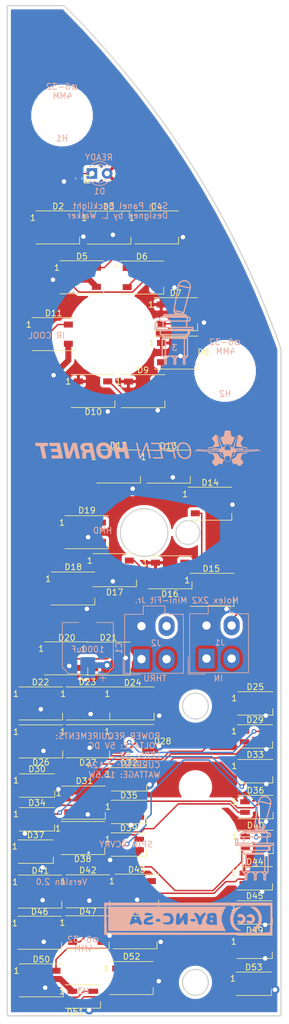
<source format=kicad_pcb>
(kicad_pcb (version 20171130) (host pcbnew "(5.1.9)-1")
  (layers (0 F.Cu signal) (31 B.Cu signal) (34 B.Paste user) (35 F.Paste user) (36 B.SilkS user) (37 F.SilkS user) (38 B.Mask user) (39 F.Mask user) (44 Edge.Cuts user))
  (net 0 "")
  (net 1 /LEDGND)
  (net 2 /LED+5V)
  (net 3 "Net-(D1-Pad1)")
  (net 4 "Net-(D2-Pad2)")
  (net 5 /DATAIN)
  (net 6 "Net-(D3-Pad2)")
  (net 7 "Net-(D4-Pad2)")
  (net 8 "Net-(D5-Pad2)")
  (net 9 "Net-(D6-Pad2)")
  (net 10 "Net-(D7-Pad2)")
  (net 11 "Net-(D8-Pad2)")
  (net 12 "Net-(D10-Pad4)")
  (net 13 "Net-(D10-Pad2)")
  (net 14 "Net-(D11-Pad2)")
  (net 15 "Net-(D12-Pad2)")
  (net 16 "Net-(D14-Pad2)")
  (net 17 "Net-(D15-Pad2)")
  (net 18 "Net-(D16-Pad2)")
  (net 19 "Net-(D17-Pad2)")
  (net 20 "Net-(D18-Pad2)")
  (net 21 "Net-(D19-Pad2)")
  (net 22 "Net-(D20-Pad2)")
  (net 23 "Net-(D21-Pad2)")
  (net 24 "Net-(D22-Pad2)")
  (net 25 "Net-(D23-Pad2)")
  (net 26 "Net-(D24-Pad2)")
  (net 27 "Net-(D26-Pad2)")
  (net 28 "Net-(D27-Pad2)")
  (net 29 "Net-(D28-Pad2)")
  (net 30 "Net-(D29-Pad2)")
  (net 31 "Net-(D30-Pad2)")
  (net 32 "Net-(D31-Pad2)")
  (net 33 "Net-(D32-Pad2)")
  (net 34 "Net-(D33-Pad2)")
  (net 35 "Net-(D34-Pad2)")
  (net 36 "Net-(D35-Pad2)")
  (net 37 "Net-(D36-Pad2)")
  (net 38 /DATAOUT)
  (net 39 "Net-(D38-Pad2)")
  (net 40 "Net-(D39-Pad2)")
  (net 41 "Net-(D40-Pad2)")
  (net 42 "Net-(D41-Pad2)")
  (net 43 "Net-(D42-Pad2)")
  (net 44 "Net-(D43-Pad2)")
  (net 45 "Net-(D44-Pad2)")
  (net 46 "Net-(D45-Pad2)")
  (net 47 "Net-(D46-Pad2)")
  (net 48 "Net-(D47-Pad2)")
  (net 49 "Net-(D48-Pad2)")
  (net 50 "Net-(D50-Pad2)")
  (net 51 "Net-(D51-Pad2)")
  (net 52 "Net-(D52-Pad2)")
  (net 53 "Net-(D53-Pad2)")
  (net 54 "Net-(D13-Pad2)")
  (net 55 "Net-(D25-Pad2)")
  (net 56 "Net-(D37-Pad2)")
  (net 57 "Net-(D49-Pad2)")
  (module OH_General:OH_LOGO_37.7mm_5.9mm (layer B.Cu) (at 254.1 67.3 180)
    (fp_text reference G*** hide)
    (fp_text value LOGO hide)
  )
  (module OH_General:CC-BY-NC-SA-Small (layer B.Cu) (at 260.95 145.65 180)
    (fp_text reference G*** hide)
    (fp_text value LOGO hide)
  )
  (module OH_Backlighting:100SP1_Toggle_Silkscreen (layer F.Cu) (at 272.575 133.575)
    (fp_text reference G*** hide)
    (fp_text value "100SP1 Toggle" hide)
    (fp_text user 2 (at -0.475 2.775) (layer B.SilkS) (effects (justify mirror)))
  )
  (module OH_Backlighting:OH_Panel_6-32_PHS (layer F.Cu) (at 243.321123 153.885436)
    (fp_text reference REF** hide)
    (fp_text value OH_Panel_Fastner_Keepout hide)
    (fp_text user 4MM (at 0.075 -3.275 180) (layer B.SilkS) (effects (justify mirror)))
    (fp_text user H3 (at 0 3.81) (layer B.SilkS) (effects (justify mirror)))
    (fp_text user ⌀6-32 (at 0 -4.8) (layer B.SilkS) (effects (justify mirror)))
    (pad "" np_thru_hole circle (at 0 0) (size 4.3 4.3) (drill 4.3) (layers *.Cu *.Mask) (clearance 3))
  )
  (module OH_Backlighting:OH_Panel_6-32_PHS (layer F.Cu) (at 267.006623 54.380936)
    (fp_text reference REF** hide)
    (fp_text value OH_Panel_Fastner_Keepout hide)
    (fp_text user 4MM (at 0.075 -3.275 180) (layer B.SilkS) (effects (justify mirror)))
    (fp_text user H2 (at 0 3.81) (layer B.SilkS) (effects (justify mirror)))
    (fp_text user ⌀6-32 (at 0 -4.8) (layer B.SilkS) (effects (justify mirror)))
    (pad "" np_thru_hole circle (at 0 0) (size 4.3 4.3) (drill 4.3) (layers *.Cu *.Mask) (clearance 3))
  )
  (module OH_Backlighting:OH_Panel_6-32_PHS (layer F.Cu) (at 239.765123 11.835936)
    (fp_text reference REF** hide)
    (fp_text value OH_Panel_Fastner_Keepout hide)
    (fp_text user 4MM (at 0.075 -3.275 180) (layer B.SilkS) (effects (justify mirror)))
    (fp_text user H1 (at 0 3.81) (layer B.SilkS) (effects (justify mirror)))
    (fp_text user ⌀6-32 (at 0 -4.8) (layer B.SilkS) (effects (justify mirror)))
    (pad "" np_thru_hole circle (at 0 0) (size 4.3 4.3) (drill 4.3) (layers *.Cu *.Mask) (clearance 3))
  )
  (module OH_Backlighting:100SPX_Toggle_13mm_x_18mm (layer F.Cu) (at 248.083623 48.284936 180)
    (fp_text reference REF** hide)
    (fp_text value 100SPX_Toggle_13mm_x_18mm hide)
    (pad "" np_thru_hole circle (at 0 0 180) (size 12.7 12.7) (drill 12.7) (layers *.Mask B.Cu) (clearance 3.65))
    (pad "" np_thru_hole circle (at 0 0 180) (size 12.7 12.7) (drill 12.7) (layers *.Mask F.Cu) (clearance 1))
    (pad "" np_thru_hole circle (at 0 9.525 180) (size 3.572 3.572) (drill 3.572) (layers *.Cu *.Mask) (clearance 1))
  )
  (module OH_Backlighting:100SPX_Toggle_13mm_x_18mm (layer F.Cu) (at 262.053623 133.215091 180)
    (fp_text reference REF** hide)
    (fp_text value 100SPX_Toggle_13mm_x_18mm hide)
    (pad "" np_thru_hole circle (at 0 0 180) (size 12.7 12.7) (drill 12.7) (layers *.Mask B.Cu) (clearance 3.65))
    (pad "" np_thru_hole circle (at 0 0 180) (size 12.7 12.7) (drill 12.7) (layers *.Mask F.Cu) (clearance 1))
    (pad "" np_thru_hole circle (at 0 9.525 180) (size 3.572 3.572) (drill 3.572) (layers *.Cu *.Mask) (clearance 1))
  )
  (module OH_Backlighting:Molex_Mini-Fit_Jr_5566-04A_2x02_P4.20mm_Vertical (layer B.Cu) (at 253.035 102.4)
    (fp_text reference J2 (at 2.44 -2.675) (layer B.SilkS) (effects (justify mirror)))
    (fp_text value Conn_01x04_Female)
    (pad 4 thru_hole oval (at 4.2 -5.5) (size 2.7 3.3) (drill 1.4) (layers *.Cu *.Mask) (net 38 /DATAOUT))
    (pad 3 thru_hole oval (at 0 -5.5) (size 2.7 3.3) (drill 1.4) (layers *.Cu *.Mask) (net 1 /LEDGND))
    (pad 2 thru_hole oval (at 4.2 0) (size 2.7 3.3) (drill 1.4) (layers *.Cu *.Mask) (net 2 /LED+5V))
    (pad 1 thru_hole roundrect (at 0 0) (size 2.7 3.3) (drill 1.4) (layers *.Cu *.Mask) (roundrect_rratio 0.09300000000000001) (net 2 /LED+5V))
  )
  (module OH_Backlighting:Molex_Mini-Fit_Jr_5566-04A_2x02_P4.20mm_Vertical (layer B.Cu) (at 263.9 102.3)
    (fp_text reference J1 (at 2.225 -2.675) (layer B.SilkS) (effects (justify mirror)))
    (fp_text value Conn_01x04_Female)
    (pad 4 thru_hole oval (at 4.2 -5.5) (size 2.7 3.3) (drill 1.4) (layers *.Cu *.Mask) (net 5 /DATAIN))
    (pad 3 thru_hole oval (at 0 -5.5) (size 2.7 3.3) (drill 1.4) (layers *.Cu *.Mask) (net 1 /LEDGND))
    (pad 2 thru_hole oval (at 4.2 0) (size 2.7 3.3) (drill 1.4) (layers *.Cu *.Mask) (net 2 /LED+5V))
    (pad 1 thru_hole roundrect (at 0 0) (size 2.7 3.3) (drill 1.4) (layers *.Cu *.Mask) (roundrect_rratio 0.09300000000000001) (net 2 /LED+5V))
  )
  (module OH_Backlighting:LED_WS2812B_MINI_PLCC4_3.5x3.5mm_P1.75mm (layer F.Cu) (at 271.808 156.475)
    (fp_text reference D53 (at 0 -2.75) (layer F.SilkS))
    (fp_text value WS2812B)
    (fp_text user 1 (at -3.5 -0.875) (layer F.SilkS))
    (pad 1 smd rect (at -1.75 -0.875) (size 1.6 0.85) (layers F.Cu F.Paste F.Mask) (net 2 /LED+5V))
    (pad 2 smd rect (at -1.75 0.875) (size 1.6 0.85) (layers F.Cu F.Paste F.Mask) (net 53 "Net-(D53-Pad2)"))
    (pad 4 smd rect (at 1.75 -0.875) (size 1.6 0.85) (layers F.Cu F.Paste F.Mask) (net 52 "Net-(D52-Pad2)"))
    (pad 3 smd rect (at 1.75 0.875) (size 1.6 0.85) (layers F.Cu F.Paste F.Mask) (net 1 /LEDGND))
  )
  (module OH_Backlighting:LED_WS2812B_MINI_PLCC4_3.5x3.5mm_P1.75mm (layer F.Cu) (at 243.244 158.597)
    (fp_text reference D51 (at -1.269 2.553) (layer F.SilkS))
    (fp_text value WS2812B)
    (fp_text user 1 (at -3.5 -0.875) (layer F.SilkS))
    (pad 1 smd rect (at -1.75 -0.875) (size 1.6 0.85) (layers F.Cu F.Paste F.Mask) (net 2 /LED+5V))
    (pad 2 smd rect (at -1.75 0.875) (size 1.6 0.85) (layers F.Cu F.Paste F.Mask) (net 51 "Net-(D51-Pad2)"))
    (pad 4 smd rect (at 1.75 -0.875) (size 1.6 0.85) (layers F.Cu F.Paste F.Mask) (net 50 "Net-(D50-Pad2)"))
    (pad 3 smd rect (at 1.75 0.875) (size 1.6 0.85) (layers F.Cu F.Paste F.Mask) (net 1 /LEDGND))
  )
  (module OH_Backlighting:LED_WS2812B_MINI_PLCC4_3.5x3.5mm_P1.75mm (layer F.Cu) (at 271.946 150.317)
    (fp_text reference D49 (at 0 -2.75) (layer F.SilkS))
    (fp_text value WS2812B)
    (fp_text user 1 (at -3.5 -0.875) (layer F.SilkS))
    (pad 1 smd rect (at -1.75 -0.875) (size 1.6 0.85) (layers F.Cu F.Paste F.Mask) (net 2 /LED+5V))
    (pad 2 smd rect (at -1.75 0.875) (size 1.6 0.85) (layers F.Cu F.Paste F.Mask) (net 57 "Net-(D49-Pad2)"))
    (pad 4 smd rect (at 1.75 -0.875) (size 1.6 0.85) (layers F.Cu F.Paste F.Mask) (net 49 "Net-(D48-Pad2)"))
    (pad 3 smd rect (at 1.75 0.875) (size 1.6 0.85) (layers F.Cu F.Paste F.Mask) (net 1 /LEDGND))
  )
  (module OH_Backlighting:LED_WS2812B_MINI_PLCC4_3.5x3.5mm_P1.75mm (layer F.Cu) (at 271.958 144.602)
    (fp_text reference D45 (at 0 -2.75) (layer F.SilkS))
    (fp_text value WS2812B)
    (fp_text user 1 (at -3.5 -0.875) (layer F.SilkS))
    (pad 1 smd rect (at -1.75 -0.875) (size 1.6 0.85) (layers F.Cu F.Paste F.Mask) (net 2 /LED+5V))
    (pad 2 smd rect (at -1.75 0.875) (size 1.6 0.85) (layers F.Cu F.Paste F.Mask) (net 46 "Net-(D45-Pad2)"))
    (pad 4 smd rect (at 1.75 -0.875) (size 1.6 0.85) (layers F.Cu F.Paste F.Mask) (net 45 "Net-(D44-Pad2)"))
    (pad 3 smd rect (at 1.75 0.875) (size 1.6 0.85) (layers F.Cu F.Paste F.Mask) (net 1 /LEDGND))
  )
  (module OH_Backlighting:LED_WS2812B_MINI_PLCC4_3.5x3.5mm_P1.75mm (layer F.Cu) (at 271.972 138.912)
    (fp_text reference D44 (at 0 -2.75) (layer F.SilkS))
    (fp_text value WS2812B)
    (fp_text user 1 (at -3.5 -0.875) (layer F.SilkS))
    (pad 1 smd rect (at -1.75 -0.875) (size 1.6 0.85) (layers F.Cu F.Paste F.Mask) (net 2 /LED+5V))
    (pad 2 smd rect (at -1.75 0.875) (size 1.6 0.85) (layers F.Cu F.Paste F.Mask) (net 45 "Net-(D44-Pad2)"))
    (pad 4 smd rect (at 1.75 -0.875) (size 1.6 0.85) (layers F.Cu F.Paste F.Mask) (net 44 "Net-(D43-Pad2)"))
    (pad 3 smd rect (at 1.75 0.875) (size 1.6 0.85) (layers F.Cu F.Paste F.Mask) (net 1 /LEDGND))
  )
  (module OH_Backlighting:LED_WS2812B_MINI_PLCC4_3.5x3.5mm_P1.75mm (layer F.Cu) (at 272.11 132.842)
    (fp_text reference D40 (at 0 -2.75) (layer F.SilkS))
    (fp_text value WS2812B)
    (fp_text user 1 (at -3.5 -0.875) (layer F.SilkS))
    (pad 1 smd rect (at -1.75 -0.875) (size 1.6 0.85) (layers F.Cu F.Paste F.Mask) (net 2 /LED+5V))
    (pad 2 smd rect (at -1.75 0.875) (size 1.6 0.85) (layers F.Cu F.Paste F.Mask) (net 41 "Net-(D40-Pad2)"))
    (pad 4 smd rect (at 1.75 -0.875) (size 1.6 0.85) (layers F.Cu F.Paste F.Mask) (net 40 "Net-(D39-Pad2)"))
    (pad 3 smd rect (at 1.75 0.875) (size 1.6 0.85) (layers F.Cu F.Paste F.Mask) (net 1 /LEDGND))
  )
  (module OH_Backlighting:LED_WS2812B_MINI_PLCC4_3.5x3.5mm_P1.75mm (layer F.Cu) (at 250.904 133.285)
    (fp_text reference D39 (at 0 -2.75) (layer F.SilkS))
    (fp_text value WS2812B)
    (fp_text user 1 (at -3.5 -0.875) (layer F.SilkS))
    (pad 1 smd rect (at -1.75 -0.875) (size 1.6 0.85) (layers F.Cu F.Paste F.Mask) (net 2 /LED+5V))
    (pad 2 smd rect (at -1.75 0.875) (size 1.6 0.85) (layers F.Cu F.Paste F.Mask) (net 40 "Net-(D39-Pad2)"))
    (pad 4 smd rect (at 1.75 -0.875) (size 1.6 0.85) (layers F.Cu F.Paste F.Mask) (net 39 "Net-(D38-Pad2)"))
    (pad 3 smd rect (at 1.75 0.875) (size 1.6 0.85) (layers F.Cu F.Paste F.Mask) (net 1 /LEDGND))
  )
  (module OH_Backlighting:LED_WS2812B_MINI_PLCC4_3.5x3.5mm_P1.75mm (layer F.Cu) (at 235.368 134.467)
    (fp_text reference D37 (at 0 -2.75) (layer F.SilkS))
    (fp_text value WS2812B)
    (fp_text user 1 (at -3.5 -0.875) (layer F.SilkS))
    (pad 1 smd rect (at -1.75 -0.875) (size 1.6 0.85) (layers F.Cu F.Paste F.Mask) (net 2 /LED+5V))
    (pad 2 smd rect (at -1.75 0.875) (size 1.6 0.85) (layers F.Cu F.Paste F.Mask) (net 56 "Net-(D37-Pad2)"))
    (pad 4 smd rect (at 1.75 -0.875) (size 1.6 0.85) (layers F.Cu F.Paste F.Mask) (net 37 "Net-(D36-Pad2)"))
    (pad 3 smd rect (at 1.75 0.875) (size 1.6 0.85) (layers F.Cu F.Paste F.Mask) (net 1 /LEDGND))
  )
  (module OH_Backlighting:LED_WS2812B_MINI_PLCC4_3.5x3.5mm_P1.75mm (layer F.Cu) (at 272.087 127.037)
    (fp_text reference D36 (at 0 -2.75) (layer F.SilkS))
    (fp_text value WS2812B)
    (fp_text user 1 (at -3.5 -0.875) (layer F.SilkS))
    (pad 1 smd rect (at -1.75 -0.875) (size 1.6 0.85) (layers F.Cu F.Paste F.Mask) (net 2 /LED+5V))
    (pad 2 smd rect (at -1.75 0.875) (size 1.6 0.85) (layers F.Cu F.Paste F.Mask) (net 37 "Net-(D36-Pad2)"))
    (pad 4 smd rect (at 1.75 -0.875) (size 1.6 0.85) (layers F.Cu F.Paste F.Mask) (net 36 "Net-(D35-Pad2)"))
    (pad 3 smd rect (at 1.75 0.875) (size 1.6 0.85) (layers F.Cu F.Paste F.Mask) (net 1 /LEDGND))
  )
  (module OH_Backlighting:LED_WS2812B_MINI_PLCC4_3.5x3.5mm_P1.75mm (layer F.Cu) (at 250.929 127.85)
    (fp_text reference D35 (at 0 -2.75) (layer F.SilkS))
    (fp_text value WS2812B)
    (fp_text user 1 (at -3.5 -0.875) (layer F.SilkS))
    (pad 1 smd rect (at -1.75 -0.875) (size 1.6 0.85) (layers F.Cu F.Paste F.Mask) (net 2 /LED+5V))
    (pad 2 smd rect (at -1.75 0.875) (size 1.6 0.85) (layers F.Cu F.Paste F.Mask) (net 36 "Net-(D35-Pad2)"))
    (pad 4 smd rect (at 1.75 -0.875) (size 1.6 0.85) (layers F.Cu F.Paste F.Mask) (net 35 "Net-(D34-Pad2)"))
    (pad 3 smd rect (at 1.75 0.875) (size 1.6 0.85) (layers F.Cu F.Paste F.Mask) (net 1 /LEDGND))
  )
  (module OH_Backlighting:LED_WS2812B_MINI_PLCC4_3.5x3.5mm_P1.75mm (layer F.Cu) (at 235.573 129.083)
    (fp_text reference D34 (at 0 -2.75) (layer F.SilkS))
    (fp_text value WS2812B)
    (fp_text user 1 (at -3.5 -0.875) (layer F.SilkS))
    (pad 1 smd rect (at -1.75 -0.875) (size 1.6 0.85) (layers F.Cu F.Paste F.Mask) (net 2 /LED+5V))
    (pad 2 smd rect (at -1.75 0.875) (size 1.6 0.85) (layers F.Cu F.Paste F.Mask) (net 35 "Net-(D34-Pad2)"))
    (pad 4 smd rect (at 1.75 -0.875) (size 1.6 0.85) (layers F.Cu F.Paste F.Mask) (net 34 "Net-(D33-Pad2)"))
    (pad 3 smd rect (at 1.75 0.875) (size 1.6 0.85) (layers F.Cu F.Paste F.Mask) (net 1 /LEDGND))
  )
  (module OH_Backlighting:LED_WS2812B_MINI_PLCC4_3.5x3.5mm_P1.75mm (layer F.Cu) (at 272.037 121.068)
    (fp_text reference D33 (at 0 -2.75) (layer F.SilkS))
    (fp_text value WS2812B)
    (fp_text user 1 (at -3.5 -0.875) (layer F.SilkS))
    (pad 1 smd rect (at -1.75 -0.875) (size 1.6 0.85) (layers F.Cu F.Paste F.Mask) (net 2 /LED+5V))
    (pad 2 smd rect (at -1.75 0.875) (size 1.6 0.85) (layers F.Cu F.Paste F.Mask) (net 34 "Net-(D33-Pad2)"))
    (pad 4 smd rect (at 1.75 -0.875) (size 1.6 0.85) (layers F.Cu F.Paste F.Mask) (net 33 "Net-(D32-Pad2)"))
    (pad 3 smd rect (at 1.75 0.875) (size 1.6 0.85) (layers F.Cu F.Paste F.Mask) (net 1 /LEDGND))
  )
  (module OH_Backlighting:LED_WS2812B_MINI_PLCC4_3.5x3.5mm_P1.75mm (layer F.Cu) (at 250.955 122.414)
    (fp_text reference D32 (at 0 -2.75) (layer F.SilkS))
    (fp_text value WS2812B)
    (fp_text user 1 (at -3.5 -0.875) (layer F.SilkS))
    (pad 1 smd rect (at -1.75 -0.875) (size 1.6 0.85) (layers F.Cu F.Paste F.Mask) (net 2 /LED+5V))
    (pad 2 smd rect (at -1.75 0.875) (size 1.6 0.85) (layers F.Cu F.Paste F.Mask) (net 33 "Net-(D32-Pad2)"))
    (pad 4 smd rect (at 1.75 -0.875) (size 1.6 0.85) (layers F.Cu F.Paste F.Mask) (net 32 "Net-(D31-Pad2)"))
    (pad 3 smd rect (at 1.75 0.875) (size 1.6 0.85) (layers F.Cu F.Paste F.Mask) (net 1 /LEDGND))
  )
  (module OH_Backlighting:LED_WS2812B_MINI_PLCC4_3.5x3.5mm_P1.75mm (layer F.Cu) (at 235.588 123.455)
    (fp_text reference D30 (at 0 -2.75) (layer F.SilkS))
    (fp_text value WS2812B)
    (fp_text user 1 (at -3.5 -0.875) (layer F.SilkS))
    (pad 1 smd rect (at -1.75 -0.875) (size 1.6 0.85) (layers F.Cu F.Paste F.Mask) (net 2 /LED+5V))
    (pad 2 smd rect (at -1.75 0.875) (size 1.6 0.85) (layers F.Cu F.Paste F.Mask) (net 31 "Net-(D30-Pad2)"))
    (pad 4 smd rect (at 1.75 -0.875) (size 1.6 0.85) (layers F.Cu F.Paste F.Mask) (net 30 "Net-(D29-Pad2)"))
    (pad 3 smd rect (at 1.75 0.875) (size 1.6 0.85) (layers F.Cu F.Paste F.Mask) (net 1 /LEDGND))
  )
  (module OH_Backlighting:LED_WS2812B_MINI_PLCC4_3.5x3.5mm_P1.75mm (layer F.Cu) (at 272.006 115.277)
    (fp_text reference D29 (at 0 -2.75) (layer F.SilkS))
    (fp_text value WS2812B)
    (fp_text user 1 (at -3.5 -0.875) (layer F.SilkS))
    (pad 1 smd rect (at -1.75 -0.875) (size 1.6 0.85) (layers F.Cu F.Paste F.Mask) (net 2 /LED+5V))
    (pad 2 smd rect (at -1.75 0.875) (size 1.6 0.85) (layers F.Cu F.Paste F.Mask) (net 30 "Net-(D29-Pad2)"))
    (pad 4 smd rect (at 1.75 -0.875) (size 1.6 0.85) (layers F.Cu F.Paste F.Mask) (net 29 "Net-(D28-Pad2)"))
    (pad 3 smd rect (at 1.75 0.875) (size 1.6 0.85) (layers F.Cu F.Paste F.Mask) (net 1 /LEDGND))
  )
  (module OH_Backlighting:LED_WS2812B_MINI_PLCC4_3.5x3.5mm_P1.75mm (layer F.Cu) (at 272.05 109.775)
    (fp_text reference D25 (at 0 -2.75) (layer F.SilkS))
    (fp_text value WS2812B)
    (fp_text user 1 (at -3.5 -0.875) (layer F.SilkS))
    (pad 1 smd rect (at -1.75 -0.875) (size 1.6 0.85) (layers F.Cu F.Paste F.Mask) (net 2 /LED+5V))
    (pad 2 smd rect (at -1.75 0.875) (size 1.6 0.85) (layers F.Cu F.Paste F.Mask) (net 55 "Net-(D25-Pad2)"))
    (pad 4 smd rect (at 1.75 -0.875) (size 1.6 0.85) (layers F.Cu F.Paste F.Mask) (net 26 "Net-(D24-Pad2)"))
    (pad 3 smd rect (at 1.75 0.875) (size 1.6 0.85) (layers F.Cu F.Paste F.Mask) (net 1 /LEDGND))
  )
  (module Resistor_SMD:R_0603_1608Metric (layer F.Cu) (at 242.545 22.3266 270)
    (fp_text reference R1 (at 0 -1.43 90) (layer F.SilkS))
    (fp_text value R)
    (pad 2 smd roundrect (at 0.7875 0 270) (size 0.875 0.95) (layers F.Cu F.Paste F.Mask) (net 1 /LEDGND))
    (pad 1 smd roundrect (at -0.7875 0 270) (size 0.875 0.95) (layers F.Cu F.Paste F.Mask) (net 3 "Net-(D1-Pad1)"))
  )
  (module "Kicad Footprint Files:100SpxToggle" (layer F.Cu) (at 259.131 47.6504)
    (fp_text reference G1 hide)
    (fp_text value LOGO hide)
  )
  (module LED_SMD:LED_WS2812B_PLCC4_5.0x5.0mm_P3.2mm (layer F.Cu) (at 251.347 155.524)
    (fp_text reference D52 (at 0.037 -3.5812) (layer F.SilkS))
    (fp_text value WS2812B)
    (fp_text user 1 (at -4.15 -1.6) (layer F.SilkS))
    (pad 1 smd rect (at -2.45 -1.6) (size 1.5 1) (layers F.Cu F.Paste F.Mask) (net 2 /LED+5V))
    (pad 2 smd rect (at -2.45 1.6) (size 1.5 1) (layers F.Cu F.Paste F.Mask) (net 52 "Net-(D52-Pad2)"))
    (pad 4 smd rect (at 2.45 -1.6) (size 1.5 1) (layers F.Cu F.Paste F.Mask) (net 51 "Net-(D51-Pad2)"))
    (pad 3 smd rect (at 2.45 1.6) (size 1.5 1) (layers F.Cu F.Paste F.Mask) (net 1 /LEDGND))
  )
  (module LED_SMD:LED_WS2812B_PLCC4_5.0x5.0mm_P3.2mm (layer F.Cu) (at 236.308 155.905)
    (fp_text reference D50 (at 0 -3.5) (layer F.SilkS))
    (fp_text value WS2812B)
    (fp_text user 1 (at -4.15 -1.6) (layer F.SilkS))
    (pad 1 smd rect (at -2.45 -1.6) (size 1.5 1) (layers F.Cu F.Paste F.Mask) (net 2 /LED+5V))
    (pad 2 smd rect (at -2.45 1.6) (size 1.5 1) (layers F.Cu F.Paste F.Mask) (net 50 "Net-(D50-Pad2)"))
    (pad 4 smd rect (at 2.45 -1.6) (size 1.5 1) (layers F.Cu F.Paste F.Mask) (net 57 "Net-(D49-Pad2)"))
    (pad 3 smd rect (at 2.45 1.6) (size 1.5 1) (layers F.Cu F.Paste F.Mask) (net 1 /LEDGND))
  )
  (module LED_SMD:LED_WS2812B_PLCC4_5.0x5.0mm_P3.2mm (layer F.Cu) (at 251.982 147.904)
    (fp_text reference D48 (at 0 -3.5) (layer F.SilkS))
    (fp_text value WS2812B)
    (fp_text user 1 (at -4.15 -1.6) (layer F.SilkS))
    (pad 1 smd rect (at -2.45 -1.6) (size 1.5 1) (layers F.Cu F.Paste F.Mask) (net 2 /LED+5V))
    (pad 2 smd rect (at -2.45 1.6) (size 1.5 1) (layers F.Cu F.Paste F.Mask) (net 49 "Net-(D48-Pad2)"))
    (pad 4 smd rect (at 2.45 -1.6) (size 1.5 1) (layers F.Cu F.Paste F.Mask) (net 48 "Net-(D47-Pad2)"))
    (pad 3 smd rect (at 2.45 1.6) (size 1.5 1) (layers F.Cu F.Paste F.Mask) (net 1 /LEDGND))
  )
  (module LED_SMD:LED_WS2812B_PLCC4_5.0x5.0mm_P3.2mm (layer F.Cu) (at 243.981 147.904)
    (fp_text reference D47 (at 0.1132 -3.4796) (layer F.SilkS))
    (fp_text value WS2812B)
    (fp_text user 1 (at -4.15 -1.6) (layer F.SilkS))
    (pad 1 smd rect (at -2.45 -1.6) (size 1.5 1) (layers F.Cu F.Paste F.Mask) (net 2 /LED+5V))
    (pad 2 smd rect (at -2.45 1.6) (size 1.5 1) (layers F.Cu F.Paste F.Mask) (net 48 "Net-(D47-Pad2)"))
    (pad 4 smd rect (at 2.45 -1.6) (size 1.5 1) (layers F.Cu F.Paste F.Mask) (net 47 "Net-(D46-Pad2)"))
    (pad 3 smd rect (at 2.45 1.6) (size 1.5 1) (layers F.Cu F.Paste F.Mask) (net 1 /LEDGND))
  )
  (module LED_SMD:LED_WS2812B_PLCC4_5.0x5.0mm_P3.2mm (layer F.Cu) (at 236.028 147.981)
    (fp_text reference D46 (at 0 -3.5) (layer F.SilkS))
    (fp_text value WS2812B)
    (fp_text user 1 (at -4.15 -1.6) (layer F.SilkS))
    (pad 1 smd rect (at -2.45 -1.6) (size 1.5 1) (layers F.Cu F.Paste F.Mask) (net 2 /LED+5V))
    (pad 2 smd rect (at -2.45 1.6) (size 1.5 1) (layers F.Cu F.Paste F.Mask) (net 47 "Net-(D46-Pad2)"))
    (pad 4 smd rect (at 2.45 -1.6) (size 1.5 1) (layers F.Cu F.Paste F.Mask) (net 46 "Net-(D45-Pad2)"))
    (pad 3 smd rect (at 2.45 1.6) (size 1.5 1) (layers F.Cu F.Paste F.Mask) (net 1 /LEDGND))
  )
  (module LED_SMD:LED_WS2812B_PLCC4_5.0x5.0mm_P3.2mm (layer F.Cu) (at 252.247 140.97)
    (fp_text reference D43 (at 0 -3.5) (layer F.SilkS))
    (fp_text value WS2812B)
    (fp_text user 1 (at -4.15 -1.6) (layer F.SilkS))
    (pad 1 smd rect (at -2.45 -1.6) (size 1.5 1) (layers F.Cu F.Paste F.Mask) (net 2 /LED+5V))
    (pad 2 smd rect (at -2.45 1.6) (size 1.5 1) (layers F.Cu F.Paste F.Mask) (net 44 "Net-(D43-Pad2)"))
    (pad 4 smd rect (at 2.45 -1.6) (size 1.5 1) (layers F.Cu F.Paste F.Mask) (net 43 "Net-(D42-Pad2)"))
    (pad 3 smd rect (at 2.45 1.6) (size 1.5 1) (layers F.Cu F.Paste F.Mask) (net 1 /LEDGND))
  )
  (module LED_SMD:LED_WS2812B_PLCC4_5.0x5.0mm_P3.2mm (layer F.Cu) (at 244.08 141.071)
    (fp_text reference D42 (at 0 -3.5) (layer F.SilkS))
    (fp_text value WS2812B)
    (fp_text user 1 (at -4.15 -1.6) (layer F.SilkS))
    (pad 1 smd rect (at -2.45 -1.6) (size 1.5 1) (layers F.Cu F.Paste F.Mask) (net 2 /LED+5V))
    (pad 2 smd rect (at -2.45 1.6) (size 1.5 1) (layers F.Cu F.Paste F.Mask) (net 43 "Net-(D42-Pad2)"))
    (pad 4 smd rect (at 2.45 -1.6) (size 1.5 1) (layers F.Cu F.Paste F.Mask) (net 42 "Net-(D41-Pad2)"))
    (pad 3 smd rect (at 2.45 1.6) (size 1.5 1) (layers F.Cu F.Paste F.Mask) (net 1 /LEDGND))
  )
  (module LED_SMD:LED_WS2812B_PLCC4_5.0x5.0mm_P3.2mm (layer F.Cu) (at 236.081 141.122)
    (fp_text reference D41 (at 0.0508 -3.4798) (layer F.SilkS))
    (fp_text value WS2812B)
    (fp_text user 1 (at -4.15 -1.6) (layer F.SilkS))
    (pad 1 smd rect (at -2.45 -1.6) (size 1.5 1) (layers F.Cu F.Paste F.Mask) (net 2 /LED+5V))
    (pad 2 smd rect (at -2.45 1.6) (size 1.5 1) (layers F.Cu F.Paste F.Mask) (net 42 "Net-(D41-Pad2)"))
    (pad 4 smd rect (at 2.45 -1.6) (size 1.5 1) (layers F.Cu F.Paste F.Mask) (net 41 "Net-(D40-Pad2)"))
    (pad 3 smd rect (at 2.45 1.6) (size 1.5 1) (layers F.Cu F.Paste F.Mask) (net 1 /LEDGND))
  )
  (module LED_SMD:LED_WS2812B_PLCC4_5.0x5.0mm_P3.2mm (layer F.Cu) (at 243.25 132.2)
    (fp_text reference D38 (at -0.0392 3.5) (layer F.SilkS))
    (fp_text value WS2812B)
    (fp_text user 1 (at -4.15 -1.6) (layer F.SilkS))
    (pad 1 smd rect (at -2.45 -1.6) (size 1.5 1) (layers F.Cu F.Paste F.Mask) (net 2 /LED+5V))
    (pad 2 smd rect (at -2.45 1.6) (size 1.5 1) (layers F.Cu F.Paste F.Mask) (net 39 "Net-(D38-Pad2)"))
    (pad 4 smd rect (at 2.45 -1.6) (size 1.5 1) (layers F.Cu F.Paste F.Mask) (net 56 "Net-(D37-Pad2)"))
    (pad 3 smd rect (at 2.45 1.6) (size 1.5 1) (layers F.Cu F.Paste F.Mask) (net 1 /LEDGND))
  )
  (module LED_SMD:LED_WS2812B_PLCC4_5.0x5.0mm_P3.2mm (layer F.Cu) (at 243.35 126.3)
    (fp_text reference D31 (at 0.15 -3.6) (layer F.SilkS))
    (fp_text value WS2812B)
    (fp_text user 1 (at -4.15 -1.6) (layer F.SilkS))
    (pad 1 smd rect (at -2.45 -1.6) (size 1.5 1) (layers F.Cu F.Paste F.Mask) (net 2 /LED+5V))
    (pad 2 smd rect (at -2.45 1.6) (size 1.5 1) (layers F.Cu F.Paste F.Mask) (net 32 "Net-(D31-Pad2)"))
    (pad 4 smd rect (at 2.45 -1.6) (size 1.5 1) (layers F.Cu F.Paste F.Mask) (net 31 "Net-(D30-Pad2)"))
    (pad 3 smd rect (at 2.45 1.6) (size 1.5 1) (layers F.Cu F.Paste F.Mask) (net 1 /LEDGND))
  )
  (module LED_SMD:LED_WS2812B_PLCC4_5.0x5.0mm_P3.2mm (layer F.Cu) (at 251.474 116.053)
    (fp_text reference D28 (at 5.0916 0.0252) (layer F.SilkS))
    (fp_text value WS2812B)
    (fp_text user 1 (at -4.15 -1.6) (layer F.SilkS))
    (pad 1 smd rect (at -2.45 -1.6) (size 1.5 1) (layers F.Cu F.Paste F.Mask) (net 2 /LED+5V))
    (pad 2 smd rect (at -2.45 1.6) (size 1.5 1) (layers F.Cu F.Paste F.Mask) (net 29 "Net-(D28-Pad2)"))
    (pad 4 smd rect (at 2.45 -1.6) (size 1.5 1) (layers F.Cu F.Paste F.Mask) (net 28 "Net-(D27-Pad2)"))
    (pad 3 smd rect (at 2.45 1.6) (size 1.5 1) (layers F.Cu F.Paste F.Mask) (net 1 /LEDGND))
  )
  (module LED_SMD:LED_WS2812B_PLCC4_5.0x5.0mm_P3.2mm (layer F.Cu) (at 244.057 116.078)
    (fp_text reference D27 (at 0.0116 3.5558) (layer F.SilkS))
    (fp_text value WS2812B)
    (fp_text user 1 (at -4.15 -1.6) (layer F.SilkS))
    (pad 1 smd rect (at -2.45 -1.6) (size 1.5 1) (layers F.Cu F.Paste F.Mask) (net 2 /LED+5V))
    (pad 2 smd rect (at -2.45 1.6) (size 1.5 1) (layers F.Cu F.Paste F.Mask) (net 28 "Net-(D27-Pad2)"))
    (pad 4 smd rect (at 2.45 -1.6) (size 1.5 1) (layers F.Cu F.Paste F.Mask) (net 27 "Net-(D26-Pad2)"))
    (pad 3 smd rect (at 2.45 1.6) (size 1.5 1) (layers F.Cu F.Paste F.Mask) (net 1 /LEDGND))
  )
  (module LED_SMD:LED_WS2812B_PLCC4_5.0x5.0mm_P3.2mm (layer F.Cu) (at 236.234 116.103)
    (fp_text reference D26 (at 0 3.48) (layer F.SilkS))
    (fp_text value WS2812B)
    (fp_text user 1 (at -4.15 -1.6) (layer F.SilkS))
    (pad 1 smd rect (at -2.45 -1.6) (size 1.5 1) (layers F.Cu F.Paste F.Mask) (net 2 /LED+5V))
    (pad 2 smd rect (at -2.45 1.6) (size 1.5 1) (layers F.Cu F.Paste F.Mask) (net 27 "Net-(D26-Pad2)"))
    (pad 4 smd rect (at 2.45 -1.6) (size 1.5 1) (layers F.Cu F.Paste F.Mask) (net 55 "Net-(D25-Pad2)"))
    (pad 3 smd rect (at 2.45 1.6) (size 1.5 1) (layers F.Cu F.Paste F.Mask) (net 1 /LEDGND))
  )
  (module LED_SMD:LED_WS2812B_PLCC4_5.0x5.0mm_P3.2mm (layer F.Cu) (at 251.499 109.779)
    (fp_text reference D24 (at 0.0624 -3.4546) (layer F.SilkS))
    (fp_text value WS2812B)
    (fp_text user 1 (at -4.15 -1.6) (layer F.SilkS))
    (pad 1 smd rect (at -2.45 -1.6) (size 1.5 1) (layers F.Cu F.Paste F.Mask) (net 2 /LED+5V))
    (pad 2 smd rect (at -2.45 1.6) (size 1.5 1) (layers F.Cu F.Paste F.Mask) (net 26 "Net-(D24-Pad2)"))
    (pad 4 smd rect (at 2.45 -1.6) (size 1.5 1) (layers F.Cu F.Paste F.Mask) (net 25 "Net-(D23-Pad2)"))
    (pad 3 smd rect (at 2.45 1.6) (size 1.5 1) (layers F.Cu F.Paste F.Mask) (net 1 /LEDGND))
  )
  (module LED_SMD:LED_WS2812B_PLCC4_5.0x5.0mm_P3.2mm (layer F.Cu) (at 244.094 109.779)
    (fp_text reference D23 (at -0.09 -3.5558) (layer F.SilkS))
    (fp_text value WS2812B)
    (fp_text user 1 (at -4.15 -1.6) (layer F.SilkS))
    (pad 1 smd rect (at -2.45 -1.6) (size 1.5 1) (layers F.Cu F.Paste F.Mask) (net 2 /LED+5V))
    (pad 2 smd rect (at -2.45 1.6) (size 1.5 1) (layers F.Cu F.Paste F.Mask) (net 25 "Net-(D23-Pad2)"))
    (pad 4 smd rect (at 2.45 -1.6) (size 1.5 1) (layers F.Cu F.Paste F.Mask) (net 24 "Net-(D22-Pad2)"))
    (pad 3 smd rect (at 2.45 1.6) (size 1.5 1) (layers F.Cu F.Paste F.Mask) (net 1 /LEDGND))
  )
  (module LED_SMD:LED_WS2812B_PLCC4_5.0x5.0mm_P3.2mm (layer F.Cu) (at 236.208 109.779)
    (fp_text reference D22 (at -0.0392 -3.5304) (layer F.SilkS))
    (fp_text value WS2812B)
    (fp_text user 1 (at -4.15 -1.6) (layer F.SilkS))
    (pad 1 smd rect (at -2.45 -1.6) (size 1.5 1) (layers F.Cu F.Paste F.Mask) (net 2 /LED+5V))
    (pad 2 smd rect (at -2.45 1.6) (size 1.5 1) (layers F.Cu F.Paste F.Mask) (net 24 "Net-(D22-Pad2)"))
    (pad 4 smd rect (at 2.45 -1.6) (size 1.5 1) (layers F.Cu F.Paste F.Mask) (net 23 "Net-(D21-Pad2)"))
    (pad 3 smd rect (at 2.45 1.6) (size 1.5 1) (layers F.Cu F.Paste F.Mask) (net 1 /LEDGND))
  )
  (module LED_SMD:LED_WS2812B_PLCC4_5.0x5.0mm_P3.2mm (layer F.Cu) (at 247.511 102.311)
    (fp_text reference D21 (at 0 -3.5) (layer F.SilkS))
    (fp_text value WS2812B)
    (fp_text user 1 (at -4.15 -1.6) (layer F.SilkS))
    (pad 1 smd rect (at -2.45 -1.6) (size 1.5 1) (layers F.Cu F.Paste F.Mask) (net 2 /LED+5V))
    (pad 2 smd rect (at -2.45 1.6) (size 1.5 1) (layers F.Cu F.Paste F.Mask) (net 23 "Net-(D21-Pad2)"))
    (pad 4 smd rect (at 2.45 -1.6) (size 1.5 1) (layers F.Cu F.Paste F.Mask) (net 22 "Net-(D20-Pad2)"))
    (pad 3 smd rect (at 2.45 1.6) (size 1.5 1) (layers F.Cu F.Paste F.Mask) (net 1 /LEDGND))
  )
  (module LED_SMD:LED_WS2812B_PLCC4_5.0x5.0mm_P3.2mm (layer F.Cu) (at 240.425 102.26)
    (fp_text reference D20 (at 0.1386 -3.4288) (layer F.SilkS))
    (fp_text value WS2812B)
    (fp_text user 1 (at -4.15 -1.6) (layer F.SilkS))
    (pad 1 smd rect (at -2.45 -1.6) (size 1.5 1) (layers F.Cu F.Paste F.Mask) (net 2 /LED+5V))
    (pad 2 smd rect (at -2.45 1.6) (size 1.5 1) (layers F.Cu F.Paste F.Mask) (net 22 "Net-(D20-Pad2)"))
    (pad 4 smd rect (at 2.45 -1.6) (size 1.5 1) (layers F.Cu F.Paste F.Mask) (net 21 "Net-(D19-Pad2)"))
    (pad 3 smd rect (at 2.45 1.6) (size 1.5 1) (layers F.Cu F.Paste F.Mask) (net 1 /LEDGND))
  )
  (module LED_SMD:LED_WS2812B_PLCC4_5.0x5.0mm_P3.2mm (layer F.Cu) (at 243.902 81.2544)
    (fp_text reference D19 (at 0.0138 -3.632) (layer F.SilkS))
    (fp_text value WS2812B)
    (fp_text user 1 (at -4.15 -1.6) (layer F.SilkS))
    (pad 1 smd rect (at -2.45 -1.6) (size 1.5 1) (layers F.Cu F.Paste F.Mask) (net 2 /LED+5V))
    (pad 2 smd rect (at -2.45 1.6) (size 1.5 1) (layers F.Cu F.Paste F.Mask) (net 21 "Net-(D19-Pad2)"))
    (pad 4 smd rect (at 2.45 -1.6) (size 1.5 1) (layers F.Cu F.Paste F.Mask) (net 20 "Net-(D18-Pad2)"))
    (pad 3 smd rect (at 2.45 1.6) (size 1.5 1) (layers F.Cu F.Paste F.Mask) (net 1 /LEDGND))
  )
  (module LED_SMD:LED_WS2812B_PLCC4_5.0x5.0mm_P3.2mm (layer F.Cu) (at 241.593 90.627)
    (fp_text reference D18 (at 0.037 -3.5812) (layer F.SilkS))
    (fp_text value WS2812B)
    (fp_text user 1 (at -4.15 -1.6) (layer F.SilkS))
    (pad 1 smd rect (at -2.45 -1.6) (size 1.5 1) (layers F.Cu F.Paste F.Mask) (net 2 /LED+5V))
    (pad 2 smd rect (at -2.45 1.6) (size 1.5 1) (layers F.Cu F.Paste F.Mask) (net 20 "Net-(D18-Pad2)"))
    (pad 4 smd rect (at 2.45 -1.6) (size 1.5 1) (layers F.Cu F.Paste F.Mask) (net 19 "Net-(D17-Pad2)"))
    (pad 3 smd rect (at 2.45 1.6) (size 1.5 1) (layers F.Cu F.Paste F.Mask) (net 1 /LEDGND))
  )
  (module LED_SMD:LED_WS2812B_PLCC4_5.0x5.0mm_P3.2mm (layer F.Cu) (at 248.553 87.579)
    (fp_text reference D17 (at 0 3.683) (layer F.SilkS))
    (fp_text value WS2812B)
    (fp_text user 1 (at -4.15 -1.6) (layer F.SilkS))
    (pad 1 smd rect (at -2.45 -1.6) (size 1.5 1) (layers F.Cu F.Paste F.Mask) (net 2 /LED+5V))
    (pad 2 smd rect (at -2.45 1.6) (size 1.5 1) (layers F.Cu F.Paste F.Mask) (net 19 "Net-(D17-Pad2)"))
    (pad 4 smd rect (at 2.45 -1.6) (size 1.5 1) (layers F.Cu F.Paste F.Mask) (net 18 "Net-(D16-Pad2)"))
    (pad 3 smd rect (at 2.45 1.6) (size 1.5 1) (layers F.Cu F.Paste F.Mask) (net 1 /LEDGND))
  )
  (module LED_SMD:LED_WS2812B_PLCC4_5.0x5.0mm_P3.2mm (layer F.Cu) (at 257.824 87.9346)
    (fp_text reference D16 (at -0.0392 3.607) (layer F.SilkS))
    (fp_text value WS2812B)
    (fp_text user 1 (at -4.15 -1.6) (layer F.SilkS))
    (pad 1 smd rect (at -2.45 -1.6) (size 1.5 1) (layers F.Cu F.Paste F.Mask) (net 2 /LED+5V))
    (pad 2 smd rect (at -2.45 1.6) (size 1.5 1) (layers F.Cu F.Paste F.Mask) (net 18 "Net-(D16-Pad2)"))
    (pad 4 smd rect (at 2.45 -1.6) (size 1.5 1) (layers F.Cu F.Paste F.Mask) (net 17 "Net-(D15-Pad2)"))
    (pad 3 smd rect (at 2.45 1.6) (size 1.5 1) (layers F.Cu F.Paste F.Mask) (net 1 /LEDGND))
  )
  (module LED_SMD:LED_WS2812B_PLCC4_5.0x5.0mm_P3.2mm (layer F.Cu) (at 264.834 90.8556)
    (fp_text reference D15 (at -0.1386 -3.5304) (layer F.SilkS))
    (fp_text value WS2812B)
    (fp_text user 1 (at -4.15 -1.6) (layer F.SilkS))
    (pad 1 smd rect (at -2.45 -1.6) (size 1.5 1) (layers F.Cu F.Paste F.Mask) (net 2 /LED+5V))
    (pad 2 smd rect (at -2.45 1.6) (size 1.5 1) (layers F.Cu F.Paste F.Mask) (net 17 "Net-(D15-Pad2)"))
    (pad 4 smd rect (at 2.45 -1.6) (size 1.5 1) (layers F.Cu F.Paste F.Mask) (net 16 "Net-(D14-Pad2)"))
    (pad 3 smd rect (at 2.45 1.6) (size 1.5 1) (layers F.Cu F.Paste F.Mask) (net 1 /LEDGND))
  )
  (module LED_SMD:LED_WS2812B_PLCC4_5.0x5.0mm_P3.2mm (layer F.Cu) (at 264.479 76.5046)
    (fp_text reference D14 (at 0.037 -3.5054) (layer F.SilkS))
    (fp_text value WS2812B)
    (fp_text user 1 (at -4.15 -1.6) (layer F.SilkS))
    (pad 1 smd rect (at -2.45 -1.6) (size 1.5 1) (layers F.Cu F.Paste F.Mask) (net 2 /LED+5V))
    (pad 2 smd rect (at -2.45 1.6) (size 1.5 1) (layers F.Cu F.Paste F.Mask) (net 16 "Net-(D14-Pad2)"))
    (pad 4 smd rect (at 2.45 -1.6) (size 1.5 1) (layers F.Cu F.Paste F.Mask) (net 54 "Net-(D13-Pad2)"))
    (pad 3 smd rect (at 2.45 1.6) (size 1.5 1) (layers F.Cu F.Paste F.Mask) (net 1 /LEDGND))
  )
  (module LED_SMD:LED_WS2812B_PLCC4_5.0x5.0mm_P3.2mm (layer F.Cu) (at 257.544 70.3324)
    (fp_text reference D13 (at -0.0138 -3.4542) (layer F.SilkS))
    (fp_text value WS2812B)
    (fp_text user 1 (at -4.15 -1.6) (layer F.SilkS))
    (pad 1 smd rect (at -2.45 -1.6) (size 1.5 1) (layers F.Cu F.Paste F.Mask) (net 2 /LED+5V))
    (pad 2 smd rect (at -2.45 1.6) (size 1.5 1) (layers F.Cu F.Paste F.Mask) (net 54 "Net-(D13-Pad2)"))
    (pad 4 smd rect (at 2.45 -1.6) (size 1.5 1) (layers F.Cu F.Paste F.Mask) (net 15 "Net-(D12-Pad2)"))
    (pad 3 smd rect (at 2.45 1.6) (size 1.5 1) (layers F.Cu F.Paste F.Mask) (net 1 /LEDGND))
  )
  (module LED_SMD:LED_WS2812B_PLCC4_5.0x5.0mm_P3.2mm (layer F.Cu) (at 249.213 70.307)
    (fp_text reference D12 (at 0 -3.5) (layer F.SilkS))
    (fp_text value WS2812B)
    (fp_text user 1 (at -4.15 -1.6) (layer F.SilkS))
    (pad 1 smd rect (at -2.45 -1.6) (size 1.5 1) (layers F.Cu F.Paste F.Mask) (net 2 /LED+5V))
    (pad 2 smd rect (at -2.45 1.6) (size 1.5 1) (layers F.Cu F.Paste F.Mask) (net 15 "Net-(D12-Pad2)"))
    (pad 4 smd rect (at 2.45 -1.6) (size 1.5 1) (layers F.Cu F.Paste F.Mask) (net 14 "Net-(D11-Pad2)"))
    (pad 3 smd rect (at 2.45 1.6) (size 1.5 1) (layers F.Cu F.Paste F.Mask) (net 1 /LEDGND))
  )
  (module LED_SMD:LED_WS2812B_PLCC4_5.0x5.0mm_P3.2mm (layer F.Cu) (at 238.367 48.2598)
    (fp_text reference D11 (at 0 -3.5) (layer F.SilkS))
    (fp_text value WS2812B)
    (fp_text user 1 (at -4.15 -1.6) (layer F.SilkS))
    (pad 1 smd rect (at -2.45 -1.6) (size 1.5 1) (layers F.Cu F.Paste F.Mask) (net 2 /LED+5V))
    (pad 2 smd rect (at -2.45 1.6) (size 1.5 1) (layers F.Cu F.Paste F.Mask) (net 14 "Net-(D11-Pad2)"))
    (pad 4 smd rect (at 2.45 -1.6) (size 1.5 1) (layers F.Cu F.Paste F.Mask) (net 13 "Net-(D10-Pad2)"))
    (pad 3 smd rect (at 2.45 1.6) (size 1.5 1) (layers F.Cu F.Paste F.Mask) (net 1 /LEDGND))
  )
  (module LED_SMD:LED_WS2812B_PLCC4_5.0x5.0mm_P3.2mm (layer F.Cu) (at 244.944 57.734)
    (fp_text reference D10 (at 0.0392 3.48) (layer F.SilkS))
    (fp_text value WS2812B)
    (fp_text user 1 (at -4.15 -1.6) (layer F.SilkS))
    (pad 1 smd rect (at -2.45 -1.6) (size 1.5 1) (layers F.Cu F.Paste F.Mask) (net 2 /LED+5V))
    (pad 2 smd rect (at -2.45 1.6) (size 1.5 1) (layers F.Cu F.Paste F.Mask) (net 13 "Net-(D10-Pad2)"))
    (pad 4 smd rect (at 2.45 -1.6) (size 1.5 1) (layers F.Cu F.Paste F.Mask) (net 12 "Net-(D10-Pad4)"))
    (pad 3 smd rect (at 2.45 1.6) (size 1.5 1) (layers F.Cu F.Paste F.Mask) (net 1 /LEDGND))
  )
  (module LED_SMD:LED_WS2812B_PLCC4_5.0x5.0mm_P3.2mm (layer F.Cu) (at 253.303 57.7598)
    (fp_text reference D9 (at 0 -3.5) (layer F.SilkS))
    (fp_text value WS2812B)
    (fp_text user 1 (at -4.15 -1.6) (layer F.SilkS))
    (pad 1 smd rect (at -2.45 -1.6) (size 1.5 1) (layers F.Cu F.Paste F.Mask) (net 2 /LED+5V))
    (pad 2 smd rect (at -2.45 1.6) (size 1.5 1) (layers F.Cu F.Paste F.Mask) (net 12 "Net-(D10-Pad4)"))
    (pad 4 smd rect (at 2.45 -1.6) (size 1.5 1) (layers F.Cu F.Paste F.Mask) (net 11 "Net-(D8-Pad2)"))
    (pad 3 smd rect (at 2.45 1.6) (size 1.5 1) (layers F.Cu F.Paste F.Mask) (net 1 /LEDGND))
  )
  (module LED_SMD:LED_WS2812B_PLCC4_5.0x5.0mm_P3.2mm (layer F.Cu) (at 258.838 51.3336)
    (fp_text reference D8 (at 4.535 -0.051) (layer F.SilkS))
    (fp_text value WS2812B)
    (fp_text user 1 (at -4.15 -1.6) (layer F.SilkS))
    (pad 1 smd rect (at -2.45 -1.6) (size 1.5 1) (layers F.Cu F.Paste F.Mask) (net 2 /LED+5V))
    (pad 2 smd rect (at -2.45 1.6) (size 1.5 1) (layers F.Cu F.Paste F.Mask) (net 11 "Net-(D8-Pad2)"))
    (pad 4 smd rect (at 2.45 -1.6) (size 1.5 1) (layers F.Cu F.Paste F.Mask) (net 10 "Net-(D7-Pad2)"))
    (pad 3 smd rect (at 2.45 1.6) (size 1.5 1) (layers F.Cu F.Paste F.Mask) (net 1 /LEDGND))
  )
  (module LED_SMD:LED_WS2812B_PLCC4_5.0x5.0mm_P3.2mm (layer F.Cu) (at 258.775 44.9326)
    (fp_text reference D7 (at -0.0254 -3.5306) (layer F.SilkS))
    (fp_text value WS2812B)
    (fp_text user 1 (at -4.15 -1.6) (layer F.SilkS))
    (pad 1 smd rect (at -2.45 -1.6) (size 1.5 1) (layers F.Cu F.Paste F.Mask) (net 2 /LED+5V))
    (pad 2 smd rect (at -2.45 1.6) (size 1.5 1) (layers F.Cu F.Paste F.Mask) (net 10 "Net-(D7-Pad2)"))
    (pad 4 smd rect (at 2.45 -1.6) (size 1.5 1) (layers F.Cu F.Paste F.Mask) (net 9 "Net-(D6-Pad2)"))
    (pad 3 smd rect (at 2.45 1.6) (size 1.5 1) (layers F.Cu F.Paste F.Mask) (net 1 /LEDGND))
  )
  (module LED_SMD:LED_WS2812B_PLCC4_5.0x5.0mm_P3.2mm (layer F.Cu) (at 253.099 38.8368)
    (fp_text reference D6 (at 0 -3.5) (layer F.SilkS))
    (fp_text value WS2812B)
    (fp_text user 1 (at -4.15 -1.6) (layer F.SilkS))
    (pad 1 smd rect (at -2.45 -1.6) (size 1.5 1) (layers F.Cu F.Paste F.Mask) (net 2 /LED+5V))
    (pad 2 smd rect (at -2.45 1.6) (size 1.5 1) (layers F.Cu F.Paste F.Mask) (net 9 "Net-(D6-Pad2)"))
    (pad 4 smd rect (at 2.45 -1.6) (size 1.5 1) (layers F.Cu F.Paste F.Mask) (net 8 "Net-(D5-Pad2)"))
    (pad 3 smd rect (at 2.45 1.6) (size 1.5 1) (layers F.Cu F.Paste F.Mask) (net 1 /LEDGND))
  )
  (module LED_SMD:LED_WS2812B_PLCC4_5.0x5.0mm_P3.2mm (layer F.Cu) (at 243.066 38.7856)
    (fp_text reference D5 (at 0.0254 -3.4798) (layer F.SilkS))
    (fp_text value WS2812B)
    (fp_text user 1 (at -4.15 -1.6) (layer F.SilkS))
    (pad 1 smd rect (at -2.45 -1.6) (size 1.5 1) (layers F.Cu F.Paste F.Mask) (net 2 /LED+5V))
    (pad 2 smd rect (at -2.45 1.6) (size 1.5 1) (layers F.Cu F.Paste F.Mask) (net 8 "Net-(D5-Pad2)"))
    (pad 4 smd rect (at 2.45 -1.6) (size 1.5 1) (layers F.Cu F.Paste F.Mask) (net 7 "Net-(D4-Pad2)"))
    (pad 3 smd rect (at 2.45 1.6) (size 1.5 1) (layers F.Cu F.Paste F.Mask) (net 1 /LEDGND))
  )
  (module LED_SMD:LED_WS2812B_PLCC4_5.0x5.0mm_P3.2mm (layer F.Cu) (at 255.589 30.4802)
    (fp_text reference D4 (at -0.0138 -3.4546) (layer F.SilkS))
    (fp_text value WS2812B)
    (fp_text user 1 (at -4.15 -1.6) (layer F.SilkS))
    (pad 1 smd rect (at -2.45 -1.6) (size 1.5 1) (layers F.Cu F.Paste F.Mask) (net 2 /LED+5V))
    (pad 2 smd rect (at -2.45 1.6) (size 1.5 1) (layers F.Cu F.Paste F.Mask) (net 7 "Net-(D4-Pad2)"))
    (pad 4 smd rect (at 2.45 -1.6) (size 1.5 1) (layers F.Cu F.Paste F.Mask) (net 6 "Net-(D3-Pad2)"))
    (pad 3 smd rect (at 2.45 1.6) (size 1.5 1) (layers F.Cu F.Paste F.Mask) (net 1 /LEDGND))
  )
  (module LED_SMD:LED_WS2812B_PLCC4_5.0x5.0mm_P3.2mm (layer F.Cu) (at 247.611 30.5056)
    (fp_text reference D3 (at -0.037 -3.48) (layer F.SilkS))
    (fp_text value WS2812B)
    (fp_text user 1 (at -4.15 -1.6) (layer F.SilkS))
    (pad 1 smd rect (at -2.45 -1.6) (size 1.5 1) (layers F.Cu F.Paste F.Mask) (net 2 /LED+5V))
    (pad 2 smd rect (at -2.45 1.6) (size 1.5 1) (layers F.Cu F.Paste F.Mask) (net 6 "Net-(D3-Pad2)"))
    (pad 4 smd rect (at 2.45 -1.6) (size 1.5 1) (layers F.Cu F.Paste F.Mask) (net 4 "Net-(D2-Pad2)"))
    (pad 3 smd rect (at 2.45 1.6) (size 1.5 1) (layers F.Cu F.Paste F.Mask) (net 1 /LEDGND))
  )
  (module LED_SMD:LED_WS2812B_PLCC4_5.0x5.0mm_P3.2mm (layer F.Cu) (at 239.051 30.4798)
    (fp_text reference D2 (at 0.0646 -3.505) (layer F.SilkS))
    (fp_text value WS2812B)
    (fp_text user 1 (at -4.15 -1.6) (layer F.SilkS))
    (pad 1 smd rect (at -2.45 -1.6) (size 1.5 1) (layers F.Cu F.Paste F.Mask) (net 2 /LED+5V))
    (pad 2 smd rect (at -2.45 1.6) (size 1.5 1) (layers F.Cu F.Paste F.Mask) (net 4 "Net-(D2-Pad2)"))
    (pad 4 smd rect (at 2.45 -1.6) (size 1.5 1) (layers F.Cu F.Paste F.Mask) (net 5 /DATAIN))
    (pad 3 smd rect (at 2.45 1.6) (size 1.5 1) (layers F.Cu F.Paste F.Mask) (net 1 /LEDGND))
  )
  (module LED_THT:LED_D3.0mm (layer B.Cu) (at 244.754 21.5)
    (fp_text reference D1 (at 1.27 2.96) (layer B.SilkS) (effects (justify mirror)))
    (fp_text value LED)
    (pad 2 thru_hole circle (at 2.54 0) (size 1.8 1.8) (drill 0.9) (layers *.Cu *.Mask) (net 2 /LED+5V))
    (pad 1 thru_hole rect (at 0 0) (size 1.8 1.8) (drill 0.9) (layers *.Cu *.Mask) (net 3 "Net-(D1-Pad1)"))
  )
  (module Capacitor_SMD:CP_Elec_8x10 (layer B.Cu) (at 244.069 100.559 90)
    (fp_text reference C1 (at 0 5.2 90) (layer B.SilkS) (effects (justify mirror)))
    (fp_text value C_Polarized)
    (pad 2 smd roundrect (at 3.25 0 90) (size 3.5 2.5) (layers B.Cu B.Paste B.Mask) (roundrect_rratio 0.1) (net 1 /LEDGND))
    (pad 1 smd roundrect (at -3.25 0 90) (size 3.5 2.5) (layers B.Cu B.Paste B.Mask) (roundrect_rratio 0.1) (net 2 /LED+5V))
  )
  (gr_text "SPIN RCVRY" (at 250.444 133.2484) (layer B.SilkS) (effects (font (size 1 1)) (justify mirror)))
  (gr_text "IR COOL" (at 237.1852 48.4886) (layer B.SilkS) (effects (font (size 1 1)) (justify mirror)))
  (gr_text HMD (at 246.5324 80.9752) (layer B.SilkS) (effects (font (size 1 1)) (justify mirror)))
  (gr_circle (center 262.053623 156.24019) (end 264.206273 156.24019) (layer Edge.Cuts) (width 0.2))
  (gr_line (start 230.621123 161.822936) (end 276.341123 161.822936) (layer Edge.Cuts) (width 0.2))
  (gr_line (start 240.146123 -6.452064) (end 230.621123 -6.452064) (layer Edge.Cuts) (width 0.2))
  (gr_circle (center 260.78224 81.304936) (end 262.766615 81.304936) (layer Edge.Cuts) (width 0.2))
  (gr_line (start 276.341123 161.822936) (end 276.341123 50.697936) (layer Edge.Cuts) (width 0.2))
  (gr_line (start 230.621123 -6.452064) (end 230.621123 161.822936) (layer Edge.Cuts) (width 0.2))
  (gr_circle (center 262.053623 110.215391) (end 264.206273 110.215391) (layer Edge.Cuts) (width 0.2))
  (gr_circle (center 253.481123 81.304936) (end 257.449873 81.304936) (layer Edge.Cuts) (width 0.2))
  (gr_arc (start 132.70422 101.631225) (end 276.341123 50.697937) (angle -25.64612754) (layer Edge.Cuts) (width 0.2))
  (gr_text 3 (at 258.572 50.5206) (layer B.SilkS) (effects (font (size 1 1)) (justify mirror)))
  (gr_text "Molex 2X2 Mini-Fit Jr." (at 260.6 92.6) (layer B.SilkS) (effects (font (size 1 1)) (justify mirror)))
  (gr_text 1000uF (at 244.0686 100.7618) (layer B.SilkS) (effects (font (size 1 1)) (justify mirror)))
  (gr_text READY (at 245.9228 18.8) (layer B.SilkS) (effects (font (size 1 1)) (justify mirror)))
  (gr_text THRU (at 255.3 105.6) (layer B.SilkS) (effects (font (size 1 1)) (justify mirror)))
  (gr_text IN (at 265.9 105.6) (layer B.SilkS) (effects (font (size 1 1)) (justify mirror)))
  (gr_text "Version 2.0" (at 239.675 139.5) (layer B.SilkS) (effects (font (size 1 1)) (justify mirror)))
  (gr_text "POWER REQUIREMENTS:\nVOLTAGE: 5V DC\nLEDS: 52\nCURRENT: 3.12A\nWATTAGE: 15.6W" (at 256.286 118.4402) (layer B.SilkS) (effects (font (size 1 1)) (justify left mirror)))
  (gr_text "Spin Panel Backlight\nDesigned by L. Walker" (at 257.575 27.7) (layer B.SilkS) (effects (font (size 1 1)) (justify left mirror)))
  (segment (start 251.663 71.907) (end 250.2127 71.907) (width 1) (layer F.Cu) (net 1))
  (segment (start 251.5679 74.006) (end 251.4936 74.006) (width 1) (layer F.Cu) (net 1))
  (segment (start 251.4936 74.006) (end 250.2127 72.7251) (width 1) (layer F.Cu) (net 1))
  (segment (start 250.2127 72.7251) (end 250.2127 71.907) (width 1) (layer F.Cu) (net 1))
  (segment (start 267.2442 94.0528) (end 267.284 94.013) (width 1) (layer F.Cu) (net 1))
  (segment (start 267.284 94.013) (end 267.284 92.4556) (width 1) (layer F.Cu) (net 1))
  (segment (start 254.697 142.57) (end 253.2467 142.57) (width 1) (layer F.Cu) (net 1))
  (segment (start 252.306 142.4771) (end 253.1538 142.4771) (width 1) (layer F.Cu) (net 1))
  (segment (start 253.1538 142.4771) (end 253.2467 142.57) (width 1) (layer F.Cu) (net 1))
  (segment (start 246.53 142.671) (end 245.0797 142.671) (width 1) (layer F.Cu) (net 1))
  (segment (start 244.3265 142.6222) (end 245.0309 142.6222) (width 1) (layer F.Cu) (net 1))
  (segment (start 245.0309 142.6222) (end 245.0797 142.671) (width 1) (layer F.Cu) (net 1))
  (segment (start 238.684 117.703) (end 237.2337 117.703) (width 1) (layer F.Cu) (net 1))
  (segment (start 236.6617 117.6818) (end 237.2125 117.6818) (width 1) (layer F.Cu) (net 1))
  (segment (start 237.2125 117.6818) (end 237.2337 117.703) (width 1) (layer F.Cu) (net 1))
  (segment (start 263.9 96.8) (end 263.9 91.6988) (width 1) (layer F.Cu) (net 1))
  (segment (start 263.9 91.6988) (end 263.1144 90.9132) (width 1) (layer F.Cu) (net 1))
  (segment (start 263.1144 90.9132) (end 261.6526 90.9132) (width 1) (layer F.Cu) (net 1))
  (segment (start 261.6526 90.9132) (end 260.274 89.5346) (width 1) (layer F.Cu) (net 1))
  (segment (start 273.558 157.35) (end 275.0583 157.35) (width 1) (layer F.Cu) (net 1))
  (segment (start 275.3445 157.4649) (end 275.1732 157.4649) (width 1) (layer F.Cu) (net 1))
  (segment (start 275.1732 157.4649) (end 275.0583 157.35) (width 1) (layer F.Cu) (net 1))
  (segment (start 258.039 32.0802) (end 259.4893 32.0802) (width 1) (layer F.Cu) (net 1))
  (segment (start 259.9618 32.1029) (end 259.512 32.1029) (width 1) (layer F.Cu) (net 1))
  (segment (start 259.512 32.1029) (end 259.4893 32.0802) (width 1) (layer F.Cu) (net 1))
  (segment (start 250.3985 102.1812) (end 250.3985 103.4735) (width 1) (layer F.Cu) (net 1))
  (segment (start 250.3985 103.4735) (end 249.961 103.911) (width 1) (layer F.Cu) (net 1))
  (segment (start 246.352 82.8544) (end 244.9017 82.8544) (width 1) (layer F.Cu) (net 1))
  (segment (start 244.1272 82.0828) (end 244.1301 82.0828) (width 1) (layer F.Cu) (net 1))
  (segment (start 244.1301 82.0828) (end 244.9017 82.8544) (width 1) (layer F.Cu) (net 1))
  (segment (start 246.507 117.678) (end 245.0567 117.678) (width 1) (layer F.Cu) (net 1))
  (segment (start 244.3762 117.1625) (end 244.5412 117.1625) (width 1) (layer F.Cu) (net 1))
  (segment (start 244.5412 117.1625) (end 245.0567 117.678) (width 1) (layer F.Cu) (net 1))
  (segment (start 241.501 32.0798) (end 242.9513 32.0798) (width 1) (layer F.Cu) (net 1))
  (segment (start 243.331 32.0172) (end 243.0139 32.0172) (width 1) (layer F.Cu) (net 1))
  (segment (start 243.0139 32.0172) (end 242.9513 32.0798) (width 1) (layer F.Cu) (net 1))
  (segment (start 240.0878 22.8304) (end 242.2613 22.8304) (width 1) (layer F.Cu) (net 1))
  (segment (start 242.2613 22.8304) (end 242.545 23.1141) (width 1) (layer F.Cu) (net 1))
  (segment (start 238.531 142.722) (end 237.0807 142.722) (width 1) (layer F.Cu) (net 1))
  (segment (start 236.5268 142.5531) (end 236.9118 142.5531) (width 1) (layer F.Cu) (net 1))
  (segment (start 236.9118 142.5531) (end 237.0807 142.722) (width 1) (layer F.Cu) (net 1))
  (segment (start 242.875 103.86) (end 241.4247 103.86) (width 1) (layer F.Cu) (net 1))
  (segment (start 240.9684 103.5316) (end 241.0963 103.5316) (width 1) (layer F.Cu) (net 1))
  (segment (start 241.0963 103.5316) (end 241.4247 103.86) (width 1) (layer F.Cu) (net 1))
  (segment (start 254.432 149.504) (end 255.8823 149.504) (width 1) (layer F.Cu) (net 1))
  (segment (start 256.245 149.5016) (end 255.8847 149.5016) (width 1) (layer F.Cu) (net 1))
  (segment (start 255.8847 149.5016) (end 255.8823 149.504) (width 1) (layer F.Cu) (net 1))
  (segment (start 253.949 111.379) (end 255.3993 111.379) (width 1) (layer F.Cu) (net 1))
  (segment (start 256.0035 111.8143) (end 255.8346 111.8143) (width 1) (layer F.Cu) (net 1))
  (segment (start 255.8346 111.8143) (end 255.3993 111.379) (width 1) (layer F.Cu) (net 1))
  (segment (start 237.338 124.33) (end 238.8383 124.33) (width 1) (layer F.Cu) (net 1))
  (segment (start 239.1622 124.0711) (end 239.0972 124.0711) (width 1) (layer F.Cu) (net 1))
  (segment (start 239.0972 124.0711) (end 238.8383 124.33) (width 1) (layer F.Cu) (net 1))
  (segment (start 236.7044 149.4861) (end 236.7993 149.581) (width 1) (layer F.Cu) (net 1))
  (segment (start 236.7993 149.581) (end 238.478 149.581) (width 1) (layer F.Cu) (net 1))
  (segment (start 250.061 32.1056) (end 248.6107 32.1056) (width 1) (layer F.Cu) (net 1))
  (segment (start 248.2616 31.7168) (end 248.6107 32.0659) (width 1) (layer F.Cu) (net 1))
  (segment (start 248.6107 32.0659) (end 248.6107 32.1056) (width 1) (layer F.Cu) (net 1))
  (segment (start 246.544 111.379) (end 245.0937 111.379) (width 1) (layer F.Cu) (net 1))
  (segment (start 244.5374 111.5448) (end 244.9279 111.5448) (width 1) (layer F.Cu) (net 1))
  (segment (start 244.9279 111.5448) (end 245.0937 111.379) (width 1) (layer F.Cu) (net 1))
  (segment (start 266.929 78.1046) (end 268.3793 78.1046) (width 1) (layer F.Cu) (net 1))
  (segment (start 268.2335 76.6647) (end 268.3793 76.8105) (width 1) (layer F.Cu) (net 1))
  (segment (start 268.3793 76.8105) (end 268.3793 78.1046) (width 1) (layer F.Cu) (net 1))
  (segment (start 259.994 71.9324) (end 258.5437 71.9324) (width 1) (layer F.Cu) (net 1))
  (segment (start 258.276 72.1195) (end 258.3566 72.1195) (width 1) (layer F.Cu) (net 1))
  (segment (start 258.3566 72.1195) (end 258.5437 71.9324) (width 1) (layer F.Cu) (net 1))
  (via (at 244.0675 128.275) (size 1.5) (drill 0.75) (layers F.Cu B.Cu) (net 1))
  (via (at 251.5679 74.006) (size 1.5) (drill 0.75) (layers F.Cu B.Cu) (net 1))
  (via (at 236.5214 137.0907) (size 1.5) (drill 0.75) (layers F.Cu B.Cu) (net 1))
  (via (at 267.2442 94.0528) (size 1.5) (drill 0.75) (layers F.Cu B.Cu) (net 1))
  (via (at 252.306 142.4771) (size 1.5) (drill 0.75) (layers F.Cu B.Cu) (net 1))
  (via (at 244.3265 142.6222) (size 1.5) (drill 0.75) (layers F.Cu B.Cu) (net 1))
  (via (at 236.6617 117.6818) (size 1.5) (drill 0.75) (layers F.Cu B.Cu) (net 1))
  (via (at 263.4682 46.339) (size 1.5) (drill 0.75) (layers F.Cu B.Cu) (net 1))
  (via (at 275.3445 157.4649) (size 1.5) (drill 0.75) (layers F.Cu B.Cu) (net 1))
  (via (at 259.9618 32.1029) (size 1.5) (drill 0.75) (layers F.Cu B.Cu) (net 1))
  (via (at 248.2538 89.4381) (size 1.5) (drill 0.75) (layers F.Cu B.Cu) (net 1))
  (via (at 250.3985 102.1812) (size 1.5) (drill 0.75) (layers F.Cu B.Cu) (net 1))
  (via (at 244.1272 82.0828) (size 1.5) (drill 0.75) (layers F.Cu B.Cu) (net 1))
  (via (at 244.3762 117.1625) (size 1.5) (drill 0.75) (layers F.Cu B.Cu) (net 1))
  (via (at 243.331 32.0172) (size 1.5) (drill 0.75) (layers F.Cu B.Cu) (net 1))
  (via (at 243.9145 94.0211) (size 1.5) (drill 0.75) (layers F.Cu B.Cu) (net 1))
  (via (at 240.0878 22.8304) (size 1.5) (drill 0.75) (layers F.Cu B.Cu) (net 1))
  (via (at 236.5268 142.5531) (size 1.5) (drill 0.75) (layers F.Cu B.Cu) (net 1))
  (via (at 240.9684 103.5316) (size 1.5) (drill 0.75) (layers F.Cu B.Cu) (net 1))
  (via (at 236.9458 157.1289) (size 1.5) (drill 0.75) (layers F.Cu B.Cu) (net 1))
  (via (at 256.245 149.5016) (size 1.5) (drill 0.75) (layers F.Cu B.Cu) (net 1))
  (via (at 256.0035 111.8143) (size 1.5) (drill 0.75) (layers F.Cu B.Cu) (net 1))
  (via (at 239.1622 124.0711) (size 1.5) (drill 0.75) (layers F.Cu B.Cu) (net 1))
  (via (at 236.7044 149.4861) (size 1.5) (drill 0.75) (layers F.Cu B.Cu) (net 1))
  (via (at 248.2616 31.7168) (size 1.5) (drill 0.75) (layers F.Cu B.Cu) (net 1))
  (via (at 244.2861 160.855) (size 1.5) (drill 0.75) (layers F.Cu B.Cu) (net 1))
  (via (at 255.9275 156.0458) (size 1.5) (drill 0.75) (layers F.Cu B.Cu) (net 1))
  (via (at 255.991 116.8648) (size 1.5) (drill 0.75) (layers F.Cu B.Cu) (net 1))
  (via (at 244.5374 111.5448) (size 1.5) (drill 0.75) (layers F.Cu B.Cu) (net 1))
  (via (at 268.2335 76.6647) (size 1.5) (drill 0.75) (layers F.Cu B.Cu) (net 1))
  (via (at 258.276 72.1195) (size 1.5) (drill 0.75) (layers F.Cu B.Cu) (net 1))
  (segment (start 237.118 136.4941) (end 236.5214 137.0907) (width 1) (layer F.Cu) (net 1))
  (segment (start 237.118 135.342) (end 237.118 136.4941) (width 1) (layer F.Cu) (net 1))
  (segment (start 244.4425 127.9) (end 244.0675 128.275) (width 1) (layer F.Cu) (net 1))
  (segment (start 245.8 127.9) (end 244.4425 127.9) (width 1) (layer F.Cu) (net 1))
  (segment (start 254.8493 157.124) (end 255.9275 156.0458) (width 1) (layer F.Cu) (net 1))
  (segment (start 253.797 157.124) (end 254.8493 157.124) (width 1) (layer F.Cu) (net 1))
  (segment (start 244.2861 160.1799) (end 244.994 159.472) (width 1) (layer F.Cu) (net 1))
  (segment (start 244.2861 160.855) (end 244.2861 160.1799) (width 1) (layer F.Cu) (net 1))
  (segment (start 273.837 127.912) (end 273.837 129.463) (width 1) (layer F.Cu) (net 1))
  (segment (start 273.837 129.463) (end 273.837 129.463) (width 1) (layer F.Cu) (net 1))
  (via (at 273.837 129.463) (size 1.5) (drill 0.75) (layers F.Cu B.Cu) (net 1))
  (segment (start 273.787 121.943) (end 273.9 123.2) (width 1) (layer F.Cu) (net 1))
  (segment (start 273.9 123.2) (end 273.787 123.087) (width 1) (layer F.Cu) (net 1))
  (via (at 273.9 123.2) (size 1.5) (drill 0.75) (layers F.Cu B.Cu) (net 1))
  (segment (start 273.756 116.152) (end 273.9 117.4) (width 1) (layer F.Cu) (net 1))
  (segment (start 273.9 117.4) (end 273.756 117.256) (width 1) (layer F.Cu) (net 1))
  (via (at 273.9 117.4) (size 1.5) (drill 0.75) (layers F.Cu B.Cu) (net 1))
  (segment (start 273.8 110.65) (end 273.8 111.8) (width 1) (layer F.Cu) (net 1))
  (segment (start 273.8 111.8) (end 273.8 111.8) (width 1) (layer F.Cu) (net 1))
  (via (at 273.8 111.8) (size 1.5) (drill 0.75) (layers F.Cu B.Cu) (net 1))
  (segment (start 236.308002 129.958) (end 234.816002 131.45) (width 1) (layer F.Cu) (net 1))
  (segment (start 237.323 129.958) (end 236.308002 129.958) (width 1) (layer F.Cu) (net 1))
  (segment (start 234.816002 131.45) (end 233.55 131.45) (width 1) (layer F.Cu) (net 1))
  (segment (start 233.55 131.45) (end 233.55 131.45) (width 1) (layer F.Cu) (net 1))
  (via (at 233.55 131.45) (size 1.5) (drill 0.75) (layers F.Cu B.Cu) (net 1))
  (segment (start 245.031738 133.8) (end 244.2 134.631738) (width 1) (layer F.Cu) (net 1))
  (segment (start 245.7 133.8) (end 245.031738 133.8) (width 1) (layer F.Cu) (net 1))
  (segment (start 244.2 134.631738) (end 244.2 134.631738) (width 1) (layer F.Cu) (net 1))
  (via (at 244.2 134.631738) (size 0.8) (drill 0.4) (layers F.Cu B.Cu) (net 1))
  (segment (start 273.722 139.787) (end 273.722 140.628) (width 1) (layer F.Cu) (net 1))
  (segment (start 273.722 140.628) (end 273.2 141.15) (width 1) (layer F.Cu) (net 1))
  (segment (start 273.2 141.15) (end 273.2 141.15) (width 1) (layer F.Cu) (net 1))
  (via (at 273.2 141.15) (size 1.5) (drill 0.75) (layers F.Cu B.Cu) (net 1))
  (segment (start 273.708 145.477) (end 273.7 146.65) (width 1) (layer F.Cu) (net 1))
  (segment (start 273.7 146.65) (end 273.708 146.642) (width 1) (layer F.Cu) (net 1))
  (via (at 273.7 146.65) (size 1.5) (drill 0.75) (layers F.Cu B.Cu) (net 1))
  (segment (start 273.696 151.192) (end 273.696 152.246) (width 1) (layer F.Cu) (net 1))
  (segment (start 273.696 152.246) (end 273.696 152.246) (width 1) (layer F.Cu) (net 1))
  (via (at 273.696 152.246) (size 1.5) (drill 0.75) (layers F.Cu B.Cu) (net 1))
  (segment (start 273.86 133.717) (end 273.86 134.89) (width 1) (layer F.Cu) (net 1))
  (segment (start 273.86 134.89) (end 273.86 134.99) (width 1) (layer F.Cu) (net 1))
  (via (at 273.86 134.89) (size 1.5) (drill 0.75) (layers F.Cu B.Cu) (net 1))
  (segment (start 252.705 123.289) (end 254.389 123.289) (width 1) (layer F.Cu) (net 1))
  (segment (start 254.389 123.289) (end 254.389 123.289) (width 1) (layer F.Cu) (net 1))
  (via (at 254.389 123.289) (size 1.5) (drill 0.75) (layers F.Cu B.Cu) (net 1))
  (segment (start 255.2028 117.653) (end 255.991 116.8648) (width 1) (layer F.Cu) (net 1))
  (segment (start 253.924 117.653) (end 255.2028 117.653) (width 1) (layer F.Cu) (net 1))
  (segment (start 243.9145 92.3555) (end 244.043 92.227) (width 1) (layer F.Cu) (net 1))
  (segment (start 243.9145 94.0211) (end 243.9145 92.3555) (width 1) (layer F.Cu) (net 1))
  (segment (start 250.7439 89.4381) (end 251.003 89.179) (width 1) (layer F.Cu) (net 1))
  (segment (start 248.2538 89.4381) (end 250.7439 89.4381) (width 1) (layer F.Cu) (net 1))
  (segment (start 247.394 59.334) (end 247.4 61.15) (width 1) (layer F.Cu) (net 1))
  (segment (start 247.4 61.15) (end 247.394 61.144) (width 1) (layer F.Cu) (net 1))
  (via (at 247.4 61.15) (size 1.5) (drill 0.75) (layers F.Cu B.Cu) (net 1))
  (segment (start 255.753 59.3598) (end 255.75 60.95) (width 1) (layer F.Cu) (net 1))
  (segment (start 255.75 60.95) (end 255.753 60.947) (width 1) (layer F.Cu) (net 1))
  (via (at 255.75 60.95) (size 1.5) (drill 0.75) (layers F.Cu B.Cu) (net 1))
  (segment (start 263.2746 46.5326) (end 263.4682 46.339) (width 1) (layer F.Cu) (net 1))
  (segment (start 261.225 46.5326) (end 263.2746 46.5326) (width 1) (layer F.Cu) (net 1))
  (segment (start 252.654 134.16) (end 252.84 134.16) (width 1) (layer F.Cu) (net 1))
  (segment (start 252.84 134.16) (end 251.15 135.85) (width 1) (layer F.Cu) (net 1))
  (segment (start 251.15 135.85) (end 247.8 135.85) (width 1) (layer F.Cu) (net 1))
  (segment (start 247.8 135.85) (end 247.8 135.85) (width 1) (layer F.Cu) (net 1))
  (via (at 247.8 135.85) (size 1.5) (drill 0.75) (layers F.Cu B.Cu) (net 1))
  (segment (start 252.679 128.725) (end 252.575 128.725) (width 1) (layer F.Cu) (net 1))
  (segment (start 252.575 128.725) (end 251.275 130.025) (width 1) (layer F.Cu) (net 1))
  (segment (start 251.275 130.025) (end 251.15 130.15) (width 1) (layer F.Cu) (net 1))
  (via (at 251.275 130.025) (size 1.5) (drill 0.75) (layers F.Cu B.Cu) (net 1))
  (segment (start 255.549 40.4368) (end 258.55 40.5) (width 1) (layer F.Cu) (net 1))
  (segment (start 258.55 40.5) (end 258.4868 40.4368) (width 1) (layer F.Cu) (net 1))
  (via (at 258.55 40.5) (size 1.5) (drill 0.75) (layers F.Cu B.Cu) (net 1))
  (segment (start 240.817 49.8598) (end 240.817 52.633) (width 1) (layer F.Cu) (net 1))
  (segment (start 240.817 52.633) (end 238.35 55.1) (width 1) (layer F.Cu) (net 1))
  (segment (start 238.35 55.1) (end 238.35 55.1) (width 1) (layer F.Cu) (net 1))
  (via (at 238.35 55.1) (size 1.5) (drill 0.75) (layers F.Cu B.Cu) (net 1))
  (segment (start 244.315999 39.185599) (end 239.185599 39.185599) (width 1) (layer F.Cu) (net 1))
  (segment (start 245.516 40.3856) (end 244.315999 39.185599) (width 1) (layer F.Cu) (net 1))
  (segment (start 239.185599 39.185599) (end 238.25 39.2) (width 1) (layer F.Cu) (net 1))
  (segment (start 238.25 39.2) (end 238.264401 39.185599) (width 1) (layer F.Cu) (net 1))
  (via (at 238.25 39.2) (size 1.5) (drill 0.75) (layers F.Cu B.Cu) (net 1))
  (segment (start 261.288 52.9336) (end 260.6336 52.9336) (width 1) (layer F.Cu) (net 1))
  (segment (start 260.6336 52.9336) (end 259.55 51.9) (width 1) (layer F.Cu) (net 1))
  (segment (start 259.55 51.9) (end 259.6 51.9) (width 1) (layer F.Cu) (net 1))
  (via (at 259.55 51.9) (size 1.5) (drill 0.75) (layers F.Cu B.Cu) (net 1))
  (segment (start 237.3219 157.505) (end 236.9458 157.1289) (width 1) (layer F.Cu) (net 1))
  (segment (start 238.758 157.505) (end 237.3219 157.505) (width 1) (layer F.Cu) (net 1))
  (segment (start 246.431 149.504) (end 246.646 149.504) (width 1) (layer F.Cu) (net 1))
  (segment (start 246.646 149.504) (end 247.7 148.45) (width 1) (layer F.Cu) (net 1))
  (segment (start 247.7 148.45) (end 247.7 148.45) (width 1) (layer F.Cu) (net 1))
  (via (at 247.7 148.45) (size 1.5) (drill 0.75) (layers F.Cu B.Cu) (net 1))
  (segment (start 238.379 111.379) (end 238.252 111.252) (width 0.75) (layer F.Cu) (net 1))
  (segment (start 238.658 111.379) (end 238.379 111.379) (width 0.75) (layer F.Cu) (net 1))
  (segment (start 238.658 111.379) (end 236.855 111.379) (width 0.75) (layer F.Cu) (net 1))
  (segment (start 236.855 111.379) (end 236.22 110.744) (width 0.75) (layer F.Cu) (net 1))
  (segment (start 236.22 110.744) (end 236.22 110.744) (width 0.75) (layer F.Cu) (net 1))
  (via (at 236.22 110.744) (size 1.5) (drill 0.75) (layers F.Cu B.Cu) (net 1))
  (segment (start 247.286 103.4228) (end 244.4552 103.4228) (width 1) (layer B.Cu) (net 2))
  (segment (start 244.4552 103.4228) (end 244.069 103.809) (width 1) (layer B.Cu) (net 2))
  (via (at 247.286 103.4228) (size 1.5) (drill 0.75) (layers F.Cu B.Cu) (net 2))
  (segment (start 253.139 28.8802) (end 253.0698 28.8802) (width 1) (layer F.Cu) (net 2))
  (segment (start 238.653112 136.54999) (end 235.681102 139.522) (width 0.25) (layer F.Cu) (net 2))
  (segment (start 243.448488 136.54999) (end 238.653112 136.54999) (width 0.25) (layer F.Cu) (net 2))
  (segment (start 245.373477 134.625001) (end 243.448488 136.54999) (width 0.25) (layer F.Cu) (net 2))
  (segment (start 235.681102 139.522) (end 233.631 139.522) (width 0.25) (layer F.Cu) (net 2))
  (segment (start 246.938999 134.625001) (end 245.373477 134.625001) (width 0.25) (layer F.Cu) (net 2))
  (segment (start 249.154 132.41) (end 246.938999 134.625001) (width 0.25) (layer F.Cu) (net 2))
  (segment (start 235.231899 155.678899) (end 233.858 154.305) (width 1) (layer F.Cu) (net 2))
  (segment (start 239.450899 155.678899) (end 235.231899 155.678899) (width 1) (layer F.Cu) (net 2))
  (segment (start 241.494 157.722) (end 239.450899 155.678899) (width 1) (layer F.Cu) (net 2))
  (segment (start 248.897 153.924) (end 250.426 153.924) (width 1) (layer F.Cu) (net 2))
  (segment (start 266.69189 152.23389) (end 270.058 155.6) (width 1) (layer F.Cu) (net 2))
  (segment (start 252.11611 152.23389) (end 266.69189 152.23389) (width 1) (layer F.Cu) (net 2))
  (segment (start 250.426 153.924) (end 252.11611 152.23389) (width 1) (layer F.Cu) (net 2))
  (segment (start 236.937028 131.03301) (end 240.36699 131.03301) (width 0.75) (layer F.Cu) (net 2))
  (segment (start 234.378038 133.592) (end 236.937028 131.03301) (width 0.75) (layer F.Cu) (net 2))
  (segment (start 240.36699 131.03301) (end 240.8 130.6) (width 0.75) (layer F.Cu) (net 2))
  (segment (start 233.618 133.592) (end 234.378038 133.592) (width 0.75) (layer F.Cu) (net 2))
  (segment (start 249.179 126.975) (end 249.453 126.975) (width 1) (layer F.Cu) (net 2))
  (segment (start 249.453 126.975) (end 251.46 124.968) (width 1) (layer F.Cu) (net 2))
  (segment (start 244.754 21.5) (end 242.5841 21.5) (width 0.25) (layer F.Cu) (net 3))
  (segment (start 242.5841 21.5) (end 242.545 21.5391) (width 0.25) (layer F.Cu) (net 3))
  (segment (start 250.061 28.9056) (end 247.9444 28.9056) (width 0.25) (layer F.Cu) (net 4))
  (segment (start 237.738601 30.942199) (end 236.601 32.0798) (width 0.25) (layer F.Cu) (net 4))
  (segment (start 245.907801 30.942199) (end 237.738601 30.942199) (width 0.25) (layer F.Cu) (net 4))
  (segment (start 247.9444 28.9056) (end 245.907801 30.942199) (width 0.25) (layer F.Cu) (net 4))
  (segment (start 273.954801 50.454801) (end 267 43.5) (width 0.25) (layer F.Cu) (net 5))
  (segment (start 267 43.5) (end 267 35.85) (width 0.25) (layer F.Cu) (net 5))
  (segment (start 267 35.85) (end 260.7 29.55) (width 0.25) (layer F.Cu) (net 5))
  (segment (start 260.7 29.55) (end 260.7 27.95) (width 0.25) (layer F.Cu) (net 5))
  (segment (start 260.7 27.95) (end 259.35 26.6) (width 0.25) (layer F.Cu) (net 5))
  (segment (start 242.4202 28.8798) (end 244.7 26.6) (width 0.25) (layer F.Cu) (net 5))
  (segment (start 241.501 28.8798) (end 242.4202 28.8798) (width 0.25) (layer F.Cu) (net 5))
  (segment (start 259.35 26.6) (end 244.7 26.6) (width 0.25) (layer F.Cu) (net 5))
  (segment (start 268.1 95.8) (end 273.954801 89.945199) (width 0.25) (layer F.Cu) (net 5))
  (segment (start 268.1 96.8) (end 268.1 95.8) (width 0.25) (layer F.Cu) (net 5))
  (segment (start 273.954801 89.945199) (end 273.954801 50.454801) (width 0.25) (layer F.Cu) (net 5))
  (segment (start 257.188599 29.730601) (end 258.039 28.8802) (width 0.25) (layer F.Cu) (net 6))
  (segment (start 248.656797 29.730601) (end 257.188599 29.730601) (width 0.25) (layer F.Cu) (net 6))
  (segment (start 246.281798 32.1056) (end 248.656797 29.730601) (width 0.25) (layer F.Cu) (net 6))
  (segment (start 245.161 32.1056) (end 246.281798 32.1056) (width 0.25) (layer F.Cu) (net 6))
  (segment (start 251.921402 32.0802) (end 253.139 32.0802) (width 0.25) (layer F.Cu) (net 7))
  (segment (start 246.816002 37.1856) (end 251.921402 32.0802) (width 0.25) (layer F.Cu) (net 7))
  (segment (start 245.516 37.1856) (end 246.816002 37.1856) (width 0.25) (layer F.Cu) (net 7))
  (segment (start 241.6913 40.3856) (end 240.616 40.3856) (width 0.25) (layer F.Cu) (net 8))
  (segment (start 255.549 37.274) (end 251.5608 41.2622) (width 0.25) (layer F.Cu) (net 8))
  (segment (start 242.5679 41.2622) (end 241.6913 40.3856) (width 0.25) (layer F.Cu) (net 8))
  (segment (start 251.5608 41.2622) (end 242.5679 41.2622) (width 0.25) (layer F.Cu) (net 8))
  (segment (start 255.549 37.2368) (end 255.549 37.274) (width 0.25) (layer F.Cu) (net 8))
  (segment (start 250.649 40.3962) (end 250.649 40.4368) (width 0.25) (layer F.Cu) (net 9))
  (segment (start 254.6338 36.4114) (end 250.649 40.3962) (width 0.25) (layer F.Cu) (net 9))
  (segment (start 256.4401 36.4114) (end 254.6338 36.4114) (width 0.25) (layer F.Cu) (net 9))
  (segment (start 261.225 43.3326) (end 261.225 41.1963) (width 0.25) (layer F.Cu) (net 9))
  (segment (start 261.225 41.1963) (end 256.4401 36.4114) (width 0.25) (layer F.Cu) (net 9))
  (segment (start 258.087 46.5326) (end 261.288 49.7336) (width 0.25) (layer F.Cu) (net 10))
  (segment (start 256.325 46.5326) (end 258.087 46.5326) (width 0.25) (layer F.Cu) (net 10))
  (segment (start 256.388 55.5248) (end 255.753 56.1598) (width 0.25) (layer F.Cu) (net 11))
  (segment (start 256.388 52.9336) (end 256.388 55.5248) (width 0.25) (layer F.Cu) (net 11))
  (segment (start 247.6272 56.134) (end 250.853 59.3598) (width 0.25) (layer F.Cu) (net 12))
  (segment (start 247.394 56.134) (end 247.6272 56.134) (width 0.25) (layer F.Cu) (net 12))
  (segment (start 242.494 59.334) (end 239.861412 59.334) (width 0.25) (layer F.Cu) (net 13))
  (segment (start 236.992001 56.464589) (end 236.992001 48.742001) (width 0.25) (layer F.Cu) (net 13))
  (segment (start 239.861412 59.334) (end 236.992001 56.464589) (width 0.25) (layer F.Cu) (net 13))
  (segment (start 239.074202 46.6598) (end 240.817 46.6598) (width 0.25) (layer F.Cu) (net 13))
  (segment (start 236.992001 48.742001) (end 239.074202 46.6598) (width 0.25) (layer F.Cu) (net 13))
  (segment (start 248.598002 68.707) (end 248.843 68.707) (width 0.25) (layer F.Cu) (net 14))
  (segment (start 235.917 56.025998) (end 248.598002 68.707) (width 0.25) (layer F.Cu) (net 14))
  (segment (start 235.917 49.8598) (end 235.917 56.025998) (width 0.25) (layer F.Cu) (net 14))
  (segment (start 248.843 68.707) (end 251.663 68.707) (width 0.25) (layer F.Cu) (net 14))
  (segment (start 259.994 68.7324) (end 258.9187 68.7324) (width 0.25) (layer F.Cu) (net 15))
  (segment (start 246.763 71.907) (end 247.8383 71.907) (width 0.25) (layer F.Cu) (net 15))
  (segment (start 247.8383 71.907) (end 250.1876 69.5577) (width 0.25) (layer F.Cu) (net 15))
  (segment (start 250.1876 69.5577) (end 258.0934 69.5577) (width 0.25) (layer F.Cu) (net 15))
  (segment (start 258.0934 69.5577) (end 258.9187 68.7324) (width 0.25) (layer F.Cu) (net 15))
  (segment (start 267.284 89.2556) (end 266.2087 89.2556) (width 0.25) (layer F.Cu) (net 16))
  (segment (start 262.029 78.1046) (end 263.1043 78.1046) (width 0.25) (layer F.Cu) (net 16))
  (segment (start 263.1043 78.1046) (end 263.1043 86.1512) (width 0.25) (layer F.Cu) (net 16))
  (segment (start 263.1043 86.1512) (end 266.2087 89.2556) (width 0.25) (layer F.Cu) (net 16))
  (segment (start 262.384 92.4556) (end 261.3087 92.4556) (width 0.25) (layer F.Cu) (net 17))
  (segment (start 261.3087 92.4556) (end 259.1987 90.3456) (width 0.25) (layer F.Cu) (net 17))
  (segment (start 260.0628 86.3346) (end 259.1987 87.1987) (width 0.25) (layer F.Cu) (net 17))
  (segment (start 260.274 86.3346) (end 260.0628 86.3346) (width 0.25) (layer F.Cu) (net 17))
  (segment (start 259.1987 90.3456) (end 259.1987 87.1987) (width 0.25) (layer F.Cu) (net 17))
  (segment (start 251.8184 85.979) (end 255.374 89.5346) (width 0.25) (layer F.Cu) (net 18))
  (segment (start 251.003 85.979) (end 251.8184 85.979) (width 0.25) (layer F.Cu) (net 18))
  (segment (start 245.951 89.027) (end 246.103 89.179) (width 0.25) (layer F.Cu) (net 19))
  (segment (start 244.043 89.027) (end 245.951 89.027) (width 0.25) (layer F.Cu) (net 19))
  (segment (start 246.352 79.6544) (end 245.2767 79.6544) (width 0.25) (layer F.Cu) (net 20))
  (segment (start 240.2183 82.348) (end 242.0866 80.4797) (width 0.25) (layer F.Cu) (net 20))
  (segment (start 242.0866 80.4797) (end 244.4514 80.4797) (width 0.25) (layer F.Cu) (net 20))
  (segment (start 244.4514 80.4797) (end 245.2767 79.6544) (width 0.25) (layer F.Cu) (net 20))
  (segment (start 239.143 91.3936) (end 240.2183 90.3183) (width 0.25) (layer F.Cu) (net 20))
  (segment (start 239.143 92.227) (end 239.143 91.3936) (width 0.25) (layer F.Cu) (net 20))
  (segment (start 240.2183 90.3183) (end 240.2183 82.348) (width 0.25) (layer F.Cu) (net 20))
  (segment (start 241.452 99.237) (end 242.875 100.66) (width 0.25) (layer F.Cu) (net 21))
  (segment (start 241.452 82.8544) (end 241.452 99.237) (width 0.25) (layer F.Cu) (net 21))
  (segment (start 247.324201 102.347799) (end 240.562501 102.347799) (width 0.25) (layer F.Cu) (net 22))
  (segment (start 239.0503 103.86) (end 237.975 103.86) (width 0.25) (layer F.Cu) (net 22))
  (segment (start 240.562501 102.347799) (end 239.0503 103.86) (width 0.25) (layer F.Cu) (net 22))
  (segment (start 248.961 100.711) (end 247.324201 102.347799) (width 0.25) (layer F.Cu) (net 22))
  (segment (start 249.961 100.711) (end 248.961 100.711) (width 0.25) (layer F.Cu) (net 22))
  (segment (start 241.618001 107.353999) (end 245.061 103.911) (width 0.25) (layer F.Cu) (net 23))
  (segment (start 239.483001 107.353999) (end 241.618001 107.353999) (width 0.25) (layer F.Cu) (net 23))
  (segment (start 238.658 108.179) (end 239.483001 107.353999) (width 0.25) (layer F.Cu) (net 23))
  (segment (start 242.654001 112.204001) (end 234.583001 112.204001) (width 0.25) (layer F.Cu) (net 24))
  (segment (start 242.719001 111.003999) (end 242.719001 112.139001) (width 0.25) (layer F.Cu) (net 24))
  (segment (start 234.583001 112.204001) (end 233.758 111.379) (width 0.25) (layer F.Cu) (net 24))
  (segment (start 242.719001 112.139001) (end 242.654001 112.204001) (width 0.25) (layer F.Cu) (net 24))
  (segment (start 245.544 108.179) (end 242.719001 111.003999) (width 0.25) (layer F.Cu) (net 24))
  (segment (start 246.544 108.179) (end 245.544 108.179) (width 0.25) (layer F.Cu) (net 24))
  (segment (start 253.123999 109.004001) (end 253.949 108.179) (width 0.25) (layer F.Cu) (net 25))
  (segment (start 248.038999 109.004001) (end 253.123999 109.004001) (width 0.25) (layer F.Cu) (net 25))
  (segment (start 247.973999 108.939001) (end 248.038999 109.004001) (width 0.25) (layer F.Cu) (net 25))
  (segment (start 247.973999 107.773997) (end 247.973999 108.939001) (width 0.25) (layer F.Cu) (net 25))
  (segment (start 247.554001 107.353999) (end 247.973999 107.773997) (width 0.25) (layer F.Cu) (net 25))
  (segment (start 241.644 110.806) (end 245.096001 107.353999) (width 0.25) (layer F.Cu) (net 25))
  (segment (start 241.644 111.379) (end 241.644 110.806) (width 0.25) (layer F.Cu) (net 25))
  (segment (start 245.096001 107.353999) (end 247.554001 107.353999) (width 0.25) (layer F.Cu) (net 25))
  (segment (start 272.95 108.9) (end 273.8 108.9) (width 0.25) (layer F.Cu) (net 26))
  (segment (start 271.950001 109.899999) (end 272.95 108.9) (width 0.25) (layer F.Cu) (net 26))
  (segment (start 249.049 111.379) (end 249.874001 112.204001) (width 0.25) (layer F.Cu) (net 26))
  (segment (start 268.950001 109.899999) (end 271.950001 109.899999) (width 0.25) (layer F.Cu) (net 26))
  (segment (start 268.950001 110.699999) (end 268.950001 109.899999) (width 0.25) (layer F.Cu) (net 26))
  (segment (start 249.874001 112.204001) (end 254.054001 112.204001) (width 0.25) (layer F.Cu) (net 26))
  (segment (start 254.054001 112.204001) (end 257.8 115.95) (width 0.25) (layer F.Cu) (net 26))
  (segment (start 257.8 115.95) (end 263.7 115.95) (width 0.25) (layer F.Cu) (net 26))
  (segment (start 263.7 115.95) (end 268.950001 110.699999) (width 0.25) (layer F.Cu) (net 26))
  (segment (start 240.531999 116.917999) (end 242.146997 115.303001) (width 0.25) (layer F.Cu) (net 27))
  (segment (start 245.681999 115.303001) (end 246.507 114.478) (width 0.25) (layer F.Cu) (net 27))
  (segment (start 242.146997 115.303001) (end 245.681999 115.303001) (width 0.25) (layer F.Cu) (net 27))
  (segment (start 240.531999 117.690003) (end 240.531999 116.917999) (width 0.25) (layer F.Cu) (net 27))
  (segment (start 239.465201 118.756801) (end 240.531999 117.690003) (width 0.25) (layer F.Cu) (net 27))
  (segment (start 234.837801 118.756801) (end 239.465201 118.756801) (width 0.25) (layer F.Cu) (net 27))
  (segment (start 233.784 117.703) (end 234.837801 118.756801) (width 0.25) (layer F.Cu) (net 27))
  (segment (start 243.5076 118.5033) (end 242.6823 117.678) (width 0.25) (layer F.Cu) (net 28))
  (segment (start 242.6823 117.678) (end 241.607 117.678) (width 0.25) (layer F.Cu) (net 28))
  (segment (start 249.8909 118.5033) (end 243.5076 118.5033) (width 0.25) (layer F.Cu) (net 28))
  (segment (start 253.924 114.4702) (end 249.8909 118.5033) (width 0.25) (layer F.Cu) (net 28))
  (segment (start 253.924 114.453) (end 253.924 114.4702) (width 0.25) (layer F.Cu) (net 28))
  (segment (start 273.756 114.402) (end 272.6307 114.402) (width 0.25) (layer F.Cu) (net 29))
  (segment (start 271.8354 114.4414) (end 272.5913 114.4414) (width 0.25) (layer F.Cu) (net 29))
  (segment (start 272.5913 114.4414) (end 272.6307 114.402) (width 0.25) (layer F.Cu) (net 29))
  (via (at 271.8354 114.4414) (size 0.8) (layers F.Cu B.Cu) (net 29))
  (via (at 250.9856 116.2426) (size 0.8) (layers F.Cu B.Cu) (net 29))
  (segment (start 249.5752 117.653) (end 250.9856 116.2426) (width 0.25) (layer F.Cu) (net 29))
  (segment (start 249.024 117.653) (end 249.5752 117.653) (width 0.25) (layer F.Cu) (net 29))
  (segment (start 250.9856 116.2426) (end 252.643 117.9) (width 0.25) (layer B.Cu) (net 29))
  (segment (start 268.336999 117.939801) (end 271.8354 114.4414) (width 0.25) (layer B.Cu) (net 29))
  (segment (start 255.474999 117.939801) (end 268.336999 117.939801) (width 0.25) (layer B.Cu) (net 29))
  (segment (start 255.435198 117.9) (end 255.474999 117.939801) (width 0.25) (layer B.Cu) (net 29))
  (segment (start 252.643 117.9) (end 255.435198 117.9) (width 0.25) (layer B.Cu) (net 29))
  (segment (start 240.0468 119.8712) (end 237.338 122.58) (width 0.25) (layer F.Cu) (net 30))
  (segment (start 270.256 116.152) (end 270.256 116.827) (width 0.25) (layer F.Cu) (net 30))
  (segment (start 270.256 116.827) (end 268.88299 118.20001) (width 0.25) (layer F.Cu) (net 30))
  (segment (start 268.88299 118.20001) (end 257.9364 118.20001) (width 0.25) (layer F.Cu) (net 30))
  (segment (start 257.9364 118.20001) (end 256.26521 119.8712) (width 0.25) (layer F.Cu) (net 30))
  (segment (start 256.26521 119.8712) (end 240.0468 119.8712) (width 0.25) (layer F.Cu) (net 30))
  (segment (start 233.838 124.33) (end 233.838 126.662) (width 0.25) (layer F.Cu) (net 31))
  (segment (start 233.838 126.662) (end 233.926 126.75) (width 0.25) (layer F.Cu) (net 31))
  (segment (start 244.53889 124.7) (end 245.8 124.7) (width 0.25) (layer F.Cu) (net 31))
  (segment (start 242.48889 126.75) (end 244.53889 124.7) (width 0.25) (layer F.Cu) (net 31))
  (segment (start 233.926 126.75) (end 242.48889 126.75) (width 0.25) (layer F.Cu) (net 31))
  (segment (start 240.9 127.9) (end 241.9753 127.9) (width 0.25) (layer F.Cu) (net 32))
  (segment (start 241.9753 127.9) (end 242.8006 127.0747) (width 0.25) (layer F.Cu) (net 32))
  (segment (start 242.8006 127.0747) (end 247.1693 127.0747) (width 0.25) (layer F.Cu) (net 32))
  (segment (start 247.1693 127.0747) (end 252.705 121.539) (width 0.25) (layer F.Cu) (net 32))
  (segment (start 249.205 123.228998) (end 249.205 123.289) (width 0.25) (layer F.Cu) (net 33))
  (segment (start 273.787 120.193) (end 273.407 120.193) (width 0.25) (layer F.Cu) (net 33))
  (segment (start 273.787 120.193) (end 273.357 120.193) (width 0.25) (layer F.Cu) (net 33))
  (segment (start 273.357 120.193) (end 272.357001 121.192999) (width 0.25) (layer F.Cu) (net 33))
  (segment (start 252.112788 120.32121) (end 256.92879 120.32121) (width 0.25) (layer F.Cu) (net 33))
  (segment (start 249.205 123.228998) (end 252.112788 120.32121) (width 0.25) (layer F.Cu) (net 33))
  (segment (start 256.92879 120.32121) (end 258.4 118.85) (width 0.25) (layer F.Cu) (net 33))
  (segment (start 266.65 118.85) (end 268.992999 121.192999) (width 0.25) (layer F.Cu) (net 33))
  (segment (start 258.4 118.85) (end 266.65 118.85) (width 0.25) (layer F.Cu) (net 33))
  (segment (start 272.357001 121.192999) (end 268.992999 121.192999) (width 0.25) (layer F.Cu) (net 33))
  (segment (start 270.287 121.943) (end 270.287 123.163) (width 0.25) (layer F.Cu) (net 34))
  (segment (start 270.287 123.163) (end 269.8 123.65) (width 0.25) (layer F.Cu) (net 34))
  (segment (start 269.8 123.65) (end 269.8 123.65) (width 0.25) (layer F.Cu) (net 34))
  (via (at 269.8 123.65) (size 0.8) (drill 0.4) (layers F.Cu B.Cu) (net 34))
  (segment (start 239.4 127.95) (end 239.4 127.95) (width 0.25) (layer B.Cu) (net 34))
  (via (at 239.4 127.95) (size 0.8) (drill 0.4) (layers F.Cu B.Cu) (net 34))
  (segment (start 239.142 128.208) (end 239.4 127.95) (width 0.25) (layer F.Cu) (net 34))
  (segment (start 237.323 128.208) (end 239.142 128.208) (width 0.25) (layer F.Cu) (net 34))
  (segment (start 264.8 118.65) (end 269.8 123.65) (width 0.25) (layer B.Cu) (net 34))
  (segment (start 239.4 127.95) (end 248.7 118.65) (width 0.25) (layer B.Cu) (net 34))
  (segment (start 248.7 118.65) (end 264.8 118.65) (width 0.25) (layer B.Cu) (net 34))
  (segment (start 242.6093 129.1248) (end 242.9599 129.4754) (width 0.25) (layer F.Cu) (net 35))
  (segment (start 242.9599 129.4754) (end 250.2072 129.4754) (width 0.25) (layer F.Cu) (net 35))
  (segment (start 250.2072 129.4754) (end 252.679 127.0036) (width 0.25) (layer F.Cu) (net 35))
  (segment (start 252.679 127.0036) (end 252.679 126.975) (width 0.25) (layer F.Cu) (net 35))
  (segment (start 234.7416 129.958) (end 235.5748 129.1248) (width 0.25) (layer F.Cu) (net 35))
  (segment (start 233.823 129.958) (end 234.7416 129.958) (width 0.25) (layer F.Cu) (net 35))
  (segment (start 235.5748 129.1248) (end 242.6093 129.1248) (width 0.25) (layer F.Cu) (net 35))
  (segment (start 251.84111 126.06289) (end 249.179 128.725) (width 0.25) (layer F.Cu) (net 36))
  (segment (start 272.787 126.162) (end 271.787001 127.161999) (width 0.25) (layer F.Cu) (net 36))
  (segment (start 273.837 126.162) (end 272.787 126.162) (width 0.25) (layer F.Cu) (net 36))
  (segment (start 271.787001 127.161999) (end 269.098109 127.161999) (width 0.25) (layer F.Cu) (net 36))
  (segment (start 269.098109 127.161999) (end 267.999 126.06289) (width 0.25) (layer F.Cu) (net 36))
  (segment (start 267.999 126.06289) (end 251.84111 126.06289) (width 0.25) (layer F.Cu) (net 36))
  (segment (start 269.2117 127.912) (end 270.337 127.912) (width 0.25) (layer F.Cu) (net 37))
  (segment (start 267.8126 126.5129) (end 269.2117 127.912) (width 0.25) (layer F.Cu) (net 37))
  (segment (start 245.428588 131.6) (end 247.517588 131.6) (width 0.25) (layer F.Cu) (net 37))
  (segment (start 253.534976 130.635002) (end 255.063598 130.635002) (width 0.25) (layer F.Cu) (net 37))
  (segment (start 244.328588 132.7) (end 245.428588 131.6) (width 0.25) (layer F.Cu) (net 37))
  (segment (start 247.907599 131.209989) (end 252.959989 131.209989) (width 0.25) (layer F.Cu) (net 37))
  (segment (start 259.1857 126.5129) (end 267.8126 126.5129) (width 0.25) (layer F.Cu) (net 37))
  (segment (start 240.064998 132.7) (end 244.328588 132.7) (width 0.25) (layer F.Cu) (net 37))
  (segment (start 239.172998 133.592) (end 240.064998 132.7) (width 0.25) (layer F.Cu) (net 37))
  (segment (start 237.118 133.592) (end 239.172998 133.592) (width 0.25) (layer F.Cu) (net 37))
  (segment (start 252.959989 131.209989) (end 253.534976 130.635002) (width 0.25) (layer F.Cu) (net 37))
  (segment (start 247.517588 131.6) (end 247.907599 131.209989) (width 0.25) (layer F.Cu) (net 37))
  (segment (start 255.063598 130.635002) (end 259.1857 126.5129) (width 0.25) (layer F.Cu) (net 37))
  (segment (start 251.903999 131.659999) (end 252.654 132.41) (width 0.25) (layer F.Cu) (net 39))
  (segment (start 247.703998 132.05) (end 248.093999 131.659999) (width 0.25) (layer F.Cu) (net 39))
  (segment (start 245.614998 132.05) (end 247.703998 132.05) (width 0.25) (layer F.Cu) (net 39))
  (segment (start 240.8 133.8) (end 241 133.8) (width 0.25) (layer F.Cu) (net 39))
  (segment (start 241 133.8) (end 241.649992 133.150008) (width 0.25) (layer F.Cu) (net 39))
  (segment (start 241.649992 133.150008) (end 244.51499 133.150008) (width 0.25) (layer F.Cu) (net 39))
  (segment (start 248.093999 131.659999) (end 251.903999 131.659999) (width 0.25) (layer F.Cu) (net 39))
  (segment (start 244.51499 133.150008) (end 245.614998 132.05) (width 0.25) (layer F.Cu) (net 39))
  (segment (start 249.154 134.16) (end 249.4397 134.16) (width 0.25) (layer F.Cu) (net 40))
  (segment (start 249.154 134.16) (end 249.39 134.16) (width 0.25) (layer F.Cu) (net 40))
  (segment (start 249.39 134.16) (end 250.15 133.4) (width 0.25) (layer F.Cu) (net 40))
  (segment (start 250.15 133.4) (end 250.35 133.2) (width 0.25) (layer F.Cu) (net 40))
  (segment (start 250.35 133.2) (end 250.65 133.2) (width 0.25) (layer F.Cu) (net 40))
  (segment (start 250.65 133.2) (end 250.65 133.2) (width 0.25) (layer F.Cu) (net 40))
  (segment (start 273.86 131.967) (end 272.2 132.05) (width 0.25) (layer F.Cu) (net 40))
  (segment (start 272.2 132.05) (end 272.283 131.967) (width 0.25) (layer F.Cu) (net 40))
  (via (at 272.2 132.05) (size 0.8) (drill 0.4) (layers F.Cu B.Cu) (net 40))
  (segment (start 250.65 133.2) (end 250.65 133.2) (width 0.25) (layer F.Cu) (net 40))
  (via (at 250.65 133.2) (size 0.8) (drill 0.4) (layers F.Cu B.Cu) (net 40))
  (segment (start 253.791002 130.058998) (end 250.65 133.2) (width 0.25) (layer B.Cu) (net 40))
  (segment (start 254.65 128.241002) (end 253.791002 129.1) (width 0.25) (layer B.Cu) (net 40))
  (segment (start 272.2 127.1) (end 264.3 119.2) (width 0.25) (layer B.Cu) (net 40))
  (segment (start 272.2 132.05) (end 272.2 127.1) (width 0.25) (layer B.Cu) (net 40))
  (segment (start 254.65 124.619002) (end 254.65 128.241002) (width 0.25) (layer B.Cu) (net 40))
  (segment (start 253.791002 129.1) (end 253.791002 130.058998) (width 0.25) (layer B.Cu) (net 40))
  (segment (start 264.3 119.2) (end 260.069002 119.2) (width 0.25) (layer B.Cu) (net 40))
  (segment (start 260.069002 119.2) (end 254.65 124.619002) (width 0.25) (layer B.Cu) (net 40))
  (segment (start 238.531 139.522) (end 238.531 139.269) (width 0.25) (layer F.Cu) (net 41))
  (segment (start 238.531 139.269) (end 240.8 137) (width 0.25) (layer F.Cu) (net 41))
  (segment (start 240.8 137) (end 254.7 137) (width 0.25) (layer F.Cu) (net 41))
  (segment (start 264.99599 140.95) (end 269.79599 136.15) (width 0.25) (layer F.Cu) (net 41))
  (segment (start 254.7 137) (end 258.65 140.95) (width 0.25) (layer F.Cu) (net 41))
  (segment (start 258.65 140.95) (end 264.99599 140.95) (width 0.25) (layer F.Cu) (net 41))
  (segment (start 269.79599 134.28101) (end 270.36 133.717) (width 0.25) (layer F.Cu) (net 41))
  (segment (start 269.79599 136.15) (end 269.79599 134.28101) (width 0.25) (layer F.Cu) (net 41))
  (segment (start 240.554999 143.431001) (end 240.554999 141.910999) (width 0.25) (layer F.Cu) (net 42))
  (segment (start 240.357899 143.628101) (end 240.554999 143.431001) (width 0.25) (layer F.Cu) (net 42))
  (segment (start 234.537101 143.628101) (end 240.357899 143.628101) (width 0.25) (layer F.Cu) (net 42))
  (segment (start 233.631 142.722) (end 234.537101 143.628101) (width 0.25) (layer F.Cu) (net 42))
  (segment (start 240.554999 142.645001) (end 240.554999 141.910999) (width 0.25) (layer F.Cu) (net 42))
  (segment (start 240.554999 141.910999) (end 240.665998 141.8) (width 0.25) (layer F.Cu) (net 42))
  (segment (start 234.537101 143.628101) (end 239.571899 143.628101) (width 0.25) (layer F.Cu) (net 42))
  (segment (start 239.571899 143.628101) (end 240.554999 142.645001) (width 0.25) (layer F.Cu) (net 42))
  (segment (start 242.93989 141.8) (end 243.8957 140.84419) (width 0.25) (layer F.Cu) (net 42))
  (segment (start 240.665998 141.8) (end 242.93989 141.8) (width 0.25) (layer F.Cu) (net 42))
  (segment (start 245.15681 140.84419) (end 246.53 139.471) (width 0.25) (layer F.Cu) (net 42))
  (segment (start 243.8957 140.84419) (end 245.15681 140.84419) (width 0.25) (layer F.Cu) (net 42))
  (segment (start 253.6217 139.37) (end 253.2555 139.37) (width 0.25) (layer F.Cu) (net 43))
  (segment (start 253.2555 139.37) (end 251.3313 141.2942) (width 0.25) (layer F.Cu) (net 43))
  (segment (start 251.3313 141.2942) (end 244.0821 141.2942) (width 0.25) (layer F.Cu) (net 43))
  (segment (start 244.0821 141.2942) (end 242.7053 142.671) (width 0.25) (layer F.Cu) (net 43))
  (segment (start 254.697 139.37) (end 253.6217 139.37) (width 0.25) (layer F.Cu) (net 43))
  (segment (start 241.63 142.671) (end 242.7053 142.671) (width 0.25) (layer F.Cu) (net 43))
  (segment (start 249.797 142.57) (end 250.6924 142.57) (width 0.25) (layer F.Cu) (net 44))
  (segment (start 250.6924 142.57) (end 251.8606 141.4018) (width 0.25) (layer F.Cu) (net 44))
  (segment (start 251.8606 141.4018) (end 265.1806 141.4018) (width 0.25) (layer F.Cu) (net 44))
  (segment (start 271.913 138.037) (end 270.913001 139.036999) (width 0.25) (layer F.Cu) (net 44))
  (segment (start 273.722 138.037) (end 271.913 138.037) (width 0.25) (layer F.Cu) (net 44))
  (segment (start 268.732798 139.4662) (end 267.1162 139.4662) (width 0.25) (layer F.Cu) (net 44))
  (segment (start 269.161999 139.036999) (end 268.732798 139.4662) (width 0.25) (layer F.Cu) (net 44))
  (segment (start 270.913001 139.036999) (end 269.161999 139.036999) (width 0.25) (layer F.Cu) (net 44))
  (segment (start 265.1806 141.4018) (end 267.1162 139.4662) (width 0.25) (layer F.Cu) (net 44))
  (segment (start 270.222 140.241) (end 273.708 143.727) (width 0.25) (layer F.Cu) (net 45))
  (segment (start 270.222 139.787) (end 270.222 140.241) (width 0.25) (layer F.Cu) (net 45))
  (segment (start 242.4078 143.697201) (end 268.402799 143.697201) (width 0.25) (layer F.Cu) (net 46))
  (segment (start 268.402799 143.731801) (end 270.147998 145.477) (width 0.25) (layer F.Cu) (net 46))
  (segment (start 270.147998 145.477) (end 270.208 145.477) (width 0.25) (layer F.Cu) (net 46))
  (segment (start 268.402799 143.697201) (end 268.402799 143.731801) (width 0.25) (layer F.Cu) (net 46))
  (segment (start 238.478 146.381) (end 238.478 145.122) (width 0.25) (layer F.Cu) (net 46))
  (segment (start 242.02689 144.078111) (end 242.4078 143.697201) (width 0.25) (layer F.Cu) (net 46))
  (segment (start 239.521889 144.078111) (end 242.02689 144.078111) (width 0.25) (layer F.Cu) (net 46))
  (segment (start 238.478 145.122) (end 239.521889 144.078111) (width 0.25) (layer F.Cu) (net 46))
  (segment (start 243.3609 148.2282) (end 245.2851 146.304) (width 0.25) (layer F.Cu) (net 47))
  (segment (start 245.2851 146.304) (end 245.3557 146.304) (width 0.25) (layer F.Cu) (net 47))
  (segment (start 240.971798 148.2282) (end 243.3609 148.2282) (width 0.25) (layer F.Cu) (net 47))
  (segment (start 239.332901 150.561101) (end 240.455999 149.438003) (width 0.25) (layer F.Cu) (net 47))
  (segment (start 240.455999 148.743999) (end 240.971798 148.2282) (width 0.25) (layer F.Cu) (net 47))
  (segment (start 234.558101 150.561101) (end 239.332901 150.561101) (width 0.25) (layer F.Cu) (net 47))
  (segment (start 245.3557 146.304) (end 246.431 146.304) (width 0.25) (layer F.Cu) (net 47))
  (segment (start 240.455999 149.438003) (end 240.455999 148.743999) (width 0.25) (layer F.Cu) (net 47))
  (segment (start 233.578 149.581) (end 234.558101 150.561101) (width 0.25) (layer F.Cu) (net 47))
  (segment (start 241.531 149.504) (end 242.722 149.504) (width 0.25) (layer F.Cu) (net 48))
  (segment (start 242.722 149.504) (end 244.8733 147.3527) (width 0.25) (layer F.Cu) (net 48))
  (segment (start 244.8733 147.3527) (end 252.308 147.3527) (width 0.25) (layer F.Cu) (net 48))
  (segment (start 252.308 147.3527) (end 253.3567 146.304) (width 0.25) (layer F.Cu) (net 48))
  (segment (start 254.432 146.304) (end 253.3567 146.304) (width 0.25) (layer F.Cu) (net 48))
  (segment (start 273.696 149.442) (end 272.608 149.442) (width 0.25) (layer F.Cu) (net 49))
  (segment (start 272.608 149.442) (end 271.608001 150.441999) (width 0.25) (layer F.Cu) (net 49))
  (segment (start 269.135999 150.441999) (end 271.608001 150.441999) (width 0.25) (layer F.Cu) (net 49))
  (segment (start 250.604601 150.576601) (end 269.001397 150.576601) (width 0.25) (layer F.Cu) (net 49))
  (segment (start 269.001397 150.576601) (end 269.135999 150.441999) (width 0.25) (layer F.Cu) (net 49))
  (segment (start 249.532 149.504) (end 250.604601 150.576601) (width 0.25) (layer F.Cu) (net 49))
  (segment (start 236.150299 158.721999) (end 234.9333 157.505) (width 0.25) (layer F.Cu) (net 50))
  (segment (start 244.994 157.722) (end 243.399999 157.722) (width 0.25) (layer F.Cu) (net 50))
  (segment (start 234.9333 157.505) (end 233.858 157.505) (width 0.25) (layer F.Cu) (net 50))
  (segment (start 242.4 158.721999) (end 236.150299 158.721999) (width 0.25) (layer F.Cu) (net 50))
  (segment (start 243.399999 157.722) (end 242.4 158.721999) (width 0.25) (layer F.Cu) (net 50))
  (segment (start 242.6193 159.472) (end 241.494 159.472) (width 0.25) (layer F.Cu) (net 51))
  (segment (start 243.4446 158.6467) (end 242.6193 159.472) (width 0.25) (layer F.Cu) (net 51))
  (segment (start 249.0995 158.6467) (end 243.4446 158.6467) (width 0.25) (layer F.Cu) (net 51))
  (segment (start 253.797 153.9492) (end 249.0995 158.6467) (width 0.25) (layer F.Cu) (net 51))
  (segment (start 253.797 153.924) (end 253.797 153.9492) (width 0.25) (layer F.Cu) (net 51))
  (segment (start 248.897 157.0885) (end 248.897 157.124) (width 0.25) (layer F.Cu) (net 52))
  (segment (start 252.9266 153.0589) (end 248.897 157.0885) (width 0.25) (layer F.Cu) (net 52))
  (segment (start 273.558 155.6) (end 273.45 155.6) (width 0.25) (layer F.Cu) (net 52))
  (segment (start 272.450001 156.599999) (end 268.932199 156.599999) (width 0.25) (layer F.Cu) (net 52))
  (segment (start 273.45 155.6) (end 272.450001 156.599999) (width 0.25) (layer F.Cu) (net 52))
  (segment (start 268.932199 156.599999) (end 265.3911 153.0589) (width 0.25) (layer F.Cu) (net 52))
  (segment (start 265.3911 153.0589) (end 252.9266 153.0589) (width 0.25) (layer F.Cu) (net 52))
  (segment (start 266.929 74.9046) (end 265.8537 74.9046) (width 0.25) (layer F.Cu) (net 54))
  (segment (start 255.094 71.9324) (end 256.1693 71.9324) (width 0.25) (layer F.Cu) (net 54))
  (segment (start 256.1693 71.9324) (end 258.3162 74.0793) (width 0.25) (layer F.Cu) (net 54))
  (segment (start 258.3162 74.0793) (end 265.0284 74.0793) (width 0.25) (layer F.Cu) (net 54))
  (segment (start 265.0284 74.0793) (end 265.8537 74.9046) (width 0.25) (layer F.Cu) (net 54))
  (segment (start 237.684 114.503) (end 238.684 114.503) (width 0.25) (layer F.Cu) (net 55))
  (segment (start 239.758412 119.1) (end 239.651602 119.20681) (width 0.25) (layer F.Cu) (net 55))
  (segment (start 257.75 117.75) (end 256.4 119.1) (width 0.25) (layer F.Cu) (net 55))
  (segment (start 256.4 119.1) (end 239.758412 119.1) (width 0.25) (layer F.Cu) (net 55))
  (segment (start 263.2 117.75) (end 257.75 117.75) (width 0.25) (layer F.Cu) (net 55))
  (segment (start 239.651602 119.20681) (end 233.452808 119.20681) (width 0.25) (layer F.Cu) (net 55))
  (segment (start 235.309001 116.877999) (end 237.684 114.503) (width 0.25) (layer F.Cu) (net 55))
  (segment (start 233.452808 119.20681) (end 232.708999 118.463001) (width 0.25) (layer F.Cu) (net 55))
  (segment (start 270.3 110.65) (end 263.2 117.75) (width 0.25) (layer F.Cu) (net 55))
  (segment (start 232.708999 118.463001) (end 232.708999 116.942999) (width 0.25) (layer F.Cu) (net 55))
  (segment (start 232.708999 116.942999) (end 232.773999 116.877999) (width 0.25) (layer F.Cu) (net 55))
  (segment (start 232.773999 116.877999) (end 235.309001 116.877999) (width 0.25) (layer F.Cu) (net 55))
  (segment (start 244.05001 132.24999) (end 245.7 130.6) (width 0.25) (layer F.Cu) (net 56))
  (segment (start 239.878598 132.24999) (end 244.05001 132.24999) (width 0.25) (layer F.Cu) (net 56))
  (segment (start 239.378588 132.75) (end 239.878598 132.24999) (width 0.25) (layer F.Cu) (net 56))
  (segment (start 236.21 132.75) (end 239.378588 132.75) (width 0.25) (layer F.Cu) (net 56))
  (segment (start 233.618 135.342) (end 236.21 132.75) (width 0.25) (layer F.Cu) (net 56))
  (segment (start 238.758 154.305) (end 238.758 152.442) (width 0.25) (layer F.Cu) (net 57))
  (segment (start 238.758 152.442) (end 240.6 150.6) (width 0.25) (layer F.Cu) (net 57))
  (segment (start 249.85 150.6) (end 250.442 151.192) (width 0.25) (layer F.Cu) (net 57))
  (segment (start 240.6 150.6) (end 249.85 150.6) (width 0.25) (layer F.Cu) (net 57))
  (segment (start 250.442 151.192) (end 270.196 151.192) (width 0.25) (layer F.Cu) (net 57))
  (zone (net 2) (net_name /LED+5V) (layer F.Cu) (connect_pads (clearance 0.508)) (min_thickness 0.254) (fill yes (arc_segments 32) (thermal_gap 0.508) (thermal_bridge_width 0.508))
    (polygon (pts (xy 277.2 -6.5) (xy 277 162.6) (xy 230.1 162.6) (xy 230.3 -7.1)))
  )
  (zone (net 1) (net_name /LEDGND) (layer B.Cu) (connect_pads yes (clearance 0.508)) (min_thickness 0.254) (fill yes (arc_segments 32) (thermal_gap 0.508) (thermal_bridge_width 0.508))
    (polygon (pts (xy 277.7 -7) (xy 277.7 163) (xy 229.4 163.2) (xy 230 -7.4)))
  )
  (zone (net 0) (net_name "") (layer B.Cu) (connect_pads (clearance 0.508)) (min_thickness 0.254)
    (keepout (tracks not_allowed) (vias not_allowed) (copperpour not_allowed))
    (fill (arc_segments 32) (thermal_gap 0.508) (thermal_bridge_width 0.508))
    (polygon (pts (xy 257.175 75.875) (xy 262.175 76.875) (xy 266.175 79.275) (xy 266.125 82.7) (xy 261.925 85.7) (xy 255.5 87.325) (xy 250.2 86.525) (xy 247.825 84.875) (xy 246.325 81.625) (xy 246.725 78.4) (xy 248.975 76.475) (xy 251.3 75.1)))
  )
)
</source>
